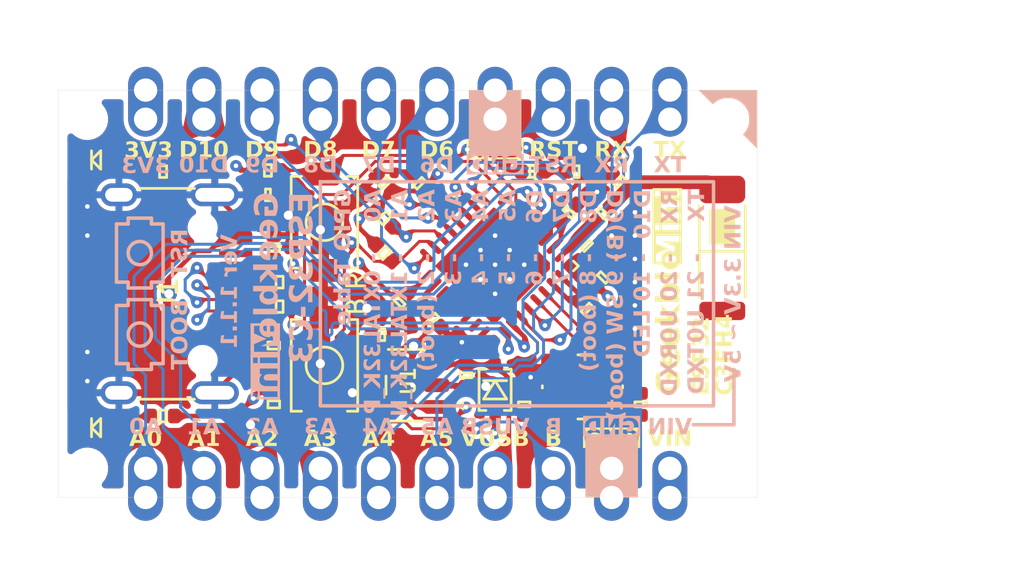
<source format=kicad_pcb>
(kicad_pcb (version 20221018) (generator pcbnew)
  (title_block (rev "1") (company "Geekble") (comment 4 "SooDragon"))
  (layers (0 "F.Cu" signal) (1 "In1.Cu" power "GND") (2 "In2.Cu" signal "Power") (31 "B.Cu" signal) (34 "B.Paste" user) (35 "F.Paste" user) (36 "B.SilkS" user "B.Silkscreen") (37 "F.SilkS" user "F.Silkscreen") (38 "B.Mask" user) (39 "F.Mask" user) (44 "Edge.Cuts" user))
  (net 0 "")
  (net 1 "Net-(ANT1-PadFeed)")
  (net 3 "GND")
  (net 4 "Net-(U2-LNA_IN)")
  (net 5 "/CHIP_EN")
  (net 6 "+3V3")
  (net 7 "Net-(C8-Pad2)")
  (net 8 "Net-(U2-XTAL_P)")
  (net 9 "Net-(U2-XTAL_N)")
  (net 10 "/GPIO0")
  (net 11 "/GPIO1")
  (net 12 "/GPIO2")
  (net 13 "/GPIO3")
  (net 14 "/GPIO4")
  (net 15 "/GPIO9{slash}BOOT")
  (net 16 "/GPIO10")
  (net 17 "/GPIO8{slash}PWM")
  (net 18 "/GPIO7")
  (net 19 "/GPIO6")
  (net 20 "/GPIO5")
  (net 21 "/GPIO20{slash}RX")
  (net 22 "/GPIO21{slash}TX")
  (net 23 "Net-(J1-CC2)")
  (net 24 "Net-(J1-D1+)")
  (net 26 "Net-(J1-D1-)")
  (net 28 "Net-(J1-CC1)")
  (net 29 "Net-(LED1-PadA)")
  (net 30 "Net-(LED2-PadA)")
  (net 31 "/USB_N")
  (net 32 "/USB_P")
  (net 33 "VUSB")
  (net 41 "VIN")
  (footprint "Connectors:1x1_P2.54_CastellatedPad" (layer "F.Cu") (at 42.96999 28.49001 90)
    (fp_text reference "H15" hide)
    (fp_text value "MountingHole_Pad" hide)
  )
  (footprint "Diodes:LED_0603_White" (layer "F.Cu") (at 30.65099 30.26801)
    (fp_text reference "LED2" hide)
    (fp_text value "LED,0603,White")
  )
  (footprint "Capacitors:C_0402" (layer "F.Cu") (at 38.14399 31.79201)
    (fp_text reference "C4" hide)
    (fp_text value "100nF,50V")
  )
  (footprint "Resistors:R_0402" (layer "F.Cu") (at 38.14399 30.72521)
    (fp_text reference "R6" hide)
    (fp_text value "10KR,1%")
  )
  (footprint "Connectors:1x1_P2.54_CastellatedPad" (layer "F.Cu") (at 32.80999 28.49001 90)
    (fp_text reference "H11" hide)
    (fp_text value "MountingHole_Pad" hide)
  )
  (footprint "Connectors:1x1_P2.54_CastellatedPad" (layer "F.Cu") (at 35.34999 28.49001 90)
    (fp_text reference "H12" hide)
    (fp_text value "MountingHole_Pad" hide)
  )
  (footprint "Marks:ToolingHole_JLCPCB" (layer "F.Cu") (at 30.26999 28.49001)
    (fp_text reference "TH4" hide)
    (fp_text value "ToolingHole" hide)
  )
  (footprint "Connectors:1x1_P2.54_CastellatedPad" (layer "F.Cu") (at 48.04999 28.49001 90)
    (fp_text reference "H17" hide)
    (fp_text value "MountingHole_Pad" hide)
  )
  (footprint "Resistors:R_0402" (layer "F.Cu") (at 38.39799 34.07801 90)
    (fp_text reference "R1" hide)
    (fp_text value "5.1KR,1%")
  )
  (footprint "Connectors:1x1_P2.54_CastellatedPad" (layer "F.Cu") (at 40.42999 43.73001 -90)
    (fp_text reference "H4" hide)
    (fp_text value "MountingHole_Pad" hide)
  )
  (footprint "Capacitors:C_0402" (layer "F.Cu") (at 53.476102 31.21801 -45)
    (fp_text reference "C1" hide)
    (fp_text value "1.8pF,50V")
  )
  (footprint "Connectors:1x1_P2.54_CastellatedPad" (layer "F.Cu") (at 32.80999 43.73001 -90)
    (fp_text reference "H1" hide)
    (fp_text value "MountingHole_Pad" hide)
  )
  (footprint "Marks:ToolingHole_JLCPCB" (layer "F.Cu") (at 58.20999 28.49001)
    (fp_text reference "TH5" hide)
    (fp_text value "ToolingHole" hide)
  )
  (footprint "Connectors:1x1_P2.54_CastellatedPad" (layer "F.Cu") (at 55.66999 43.73001 -90)
    (fp_text reference "H10" hide)
    (fp_text value "MountingHole_Pad" hide)
  )
  (footprint "Resistors:R_0402" (layer "F.Cu") (at 38.65199 35.60201)
    (fp_text reference "R4" hide)
    (fp_text value "33R,1%")
  )
  (footprint "Resistors:R_0402" (layer "F.Cu") (at 33.57199 30.77601)
    (fp_text reference "R8" hide)
    (fp_text value "5.1KR,1%")
  )
  (footprint "Capacitors:C_0402" (layer "F.Cu") (at 43.87062 36.46561 45)
    (fp_text reference "C15" hide)
    (fp_text value "100nF,50V")
  )
  (footprint "Capacitors:C_0402" (layer "F.Cu") (at 51.26202 32.55401 -135)
    (fp_text reference "C8" hide)
    (fp_text value "1uF,25V")
  )
  (footprint "Pushbutton_Switches_Relays:TS-1088-AR020" (layer "F.Cu") (at 40.60779 39.23421 -90)
    (fp_text reference "SW2")
    (fp_text value "TS-1088-AR02016")
  )
  (footprint "Pushbutton_Switches_Relays:TS-1088-AR020" (layer "F.Cu") (at 40.60779 32.98581 90)
    (fp_text reference "SW1")
    (fp_text value "TS-1088-AR02016")
  )
  (footprint "Resistors:R_0402" (layer "F.Cu") (at 38.39799 40.93601 -90)
    (fp_text reference "R5" hide)
    (fp_text value "10KR,1%")
  )
  (footprint "Embedded_Processors_Controllers:QFN-32-EP(5x5)" (layer "F.Cu") (at 48.001609 34.896451 -135)
    (fp_text reference "U2" hide)
    (fp_text value "ESP32-C3FH4")
  )
  (footprint "Connectors:1x1_P2.54_CastellatedPad" (layer "F.Cu") (at 37.88999 43.73001 -90)
    (fp_text reference "H3" hide)
    (fp_text value "MountingHole_Pad" hide)
  )
  (footprint "Capacitors:C_0402" (layer "F.Cu") (at 52.76062 35.39881 -135)
    (fp_text reference "C9" hide)
    (fp_text value "1uF,25V")
  )
  (footprint "Inductors_Chokes_Transformers:L_0402" (layer "F.Cu") (at 52.755691 32.617243 -135)
    (fp_text reference "L1" hide)
    (fp_text value "2.7nH,500mA,100mR")
  )
  (footprint "Capacitors:C_0402" (layer "F.Cu") (at 49.31999 40.93601 -90)
    (fp_text reference "C13" hide)
    (fp_text value "15pF,50V")
  )
  (footprint "Resistors:R_0402" (layer "F.Cu") (at 38.65199 36.66881)
    (fp_text reference "R3" hide)
    (fp_text value "33R,1%")
  )
  (footprint "Resistors:R_0402" (layer "F.Cu") (at 43.22399 32.80801 -45)
    (fp_text reference "R9" hide)
    (fp_text value "10KR,1%")
  )
  (footprint "Power_Management_ICs:SOT-23-5" (layer "F.Cu") (at 44.19189 40.099421)
    (fp_text reference "U1")
    (fp_text value "LP5907MFX-3.3/NOPB")
  )
  (footprint "Connectors:1x1_P2.54_CastellatedPad" (layer "F.Cu") (at 50.58999 28.49001 90)
    (fp_text reference "H18" hide)
    (fp_text value "MountingHole_Pad" hide)
  )
  (footprint "Connectors:1x1_P2.54_CastellatedPad" (layer "F.Cu") (at 40.42999 28.49001 90)
    (fp_text reference "H14" hide)
    (fp_text value "MountingHole_Pad" hide)
  )
  (footprint "RadioFrequencyChip_Antenna:ANT_5020" (layer "F.Cu") (at 57.95599 34.257421 -90)
    (fp_text reference "ANT1" hide)
    (fp_text value "KH-5020D245M0X")
  )
  (footprint "Connectors:1x1_P2.54_CastellatedPad" (layer "F.Cu") (at 42.96999 43.73001 -90)
    (fp_text reference "H5" hide)
    (fp_text value "MountingHole_Pad" hide)
  )
  (footprint "Connectors:1x1_P2.54_CastellatedPad" (layer "F.Cu") (at 48.04999 43.73001 -90)
    (fp_text reference "H7" hide)
    (fp_text value "MountingHole_Pad" hide)
  )
  (footprint "Connectors:1x1_P2.54_CastellatedPad" (layer "F.Cu") (at 50.58999 43.73001 -90)
    (fp_text reference "H8" hide)
    (fp_text value "MountingHole_Pad" hide)
  )
  (footprint "Capacitors:C_0402" (layer "F.Cu") (at 54.39999 40.93601 90)
    (fp_text reference "C12" hide)
    (fp_text value "15pF,50V")
  )
  (footprint "Diodes:SOD-323F" (layer "F.Cu") (at 48.04999 40.30101 -90)
    (fp_text reference "D1" hide)
    (fp_text value "1N5819WS")
  )
  (footprint "Connectors:1x1_P2.54_CastellatedPad" (layer "F.Cu") (at 55.66999 28.49001 90)
    (fp_text reference "H20" hide)
    (fp_text value "MountingHole_Pad" hide)
  )
  (footprint "Inductors_Chokes_Transformers:L_0402" (layer "F.Cu") (at 51.60599 30.77601)
    (fp_text reference "L2" hide)
    (fp_text value "2.7nH,500mA,100mR")
  )
  (footprint "Connectors:1x1_P2.54_CastellatedPad" (layer "F.Cu") (at 45.50999 28.49001 90)
    (fp_text reference "H16" hide)
    (fp_text value "MountingHole_Pad" hide)
  )
  (footprint "Capacitors:C_0402" (layer "F.Cu") (at 43.1292 37.8968 180)
    (fp_text reference "C5" hide)
    (fp_text value "10uF,10V")
  )
  (footprint "Capacitors:C_0402" (layer "F.Cu") (at 49.67559 30.77601)
    (fp_text reference "C7" hide)
    (fp_text value "100nF,50V")
  )
  (footprint "Capacitors:C_0402" (layer "F.Cu") (at 44.74799 31.28401 -45)
    (fp_text reference "C6" hide)
    (fp_text value "10uF,10V")
  )
  (footprint "Resistors:R_0402" (layer "F.Cu") (at 33.545193 41.44401 180)
    (fp_text reference "R7" hide)
    (fp_text value "5.1KR,1%")
  )
  (footprint "Connectors:1x1_P2.54_CastellatedPad" (layer "F.Cu") (at 53.12999 28.49001 90)
    (fp_text reference "H19" hide)
    (fp_text value "MountingHole_Pad" hide)
  )
  (footprint "Capacitors:C_0402" (layer "F.Cu") (at 46.77999 39.66601 90)
    (fp_text reference "C3" hide)
    (fp_text value "10uF,10V")
  )
  (footprint "Capacitors:C_0402" (layer "F.Cu") (at 52.044491 34.007265 135)
    (fp_text reference "C2" hide)
    (fp_text value "1.8pF,50V")
  )
  (footprint "Marks:SooDragonKOR_Mask_3.8x1.4" (layer "F.Cu") (at 31.53999 36.10001 90)
    (fp_text reference "Logo1" hide)
    (fp_text value "Geekble_Logo" hide)
  )
  (footprint "Resistors:R_0402" (layer "F.Cu") (at 43.22399 34.33201 -45)
    (fp_text reference "R10" hide)
    (fp_text value "10KR,1%")
  )
  (footprint "Capacitors:C_0402" (layer "F.Cu") (at 52.04942 36.77041 135)
    (fp_text reference "C10" hide)
    (fp_text value "10nF,50V")
  )
  (footprint "Connectors:1x1_P2.54_CastellatedPad" (layer "F.Cu") (at 53.12999 43.73001 -90)
    (fp_text reference "H9" hide)
    (fp_text value "MountingHole_Pad" hide)
  )
  (footprint "Marks:ToolingHole_JLCPCB" (layer "F.Cu") (at 58.20999 43.73001)
    (fp_text reference "TH3" hide)
    (fp_text value "ToolingHole" hide)
  )
  (footprint "Connectors:USB_DIP,8.94x7.3mm" (layer "F.Cu") (at 34.18969 36.11001 -90)
    (fp_text reference "J1")
    (fp_text value "USB_C_Receptacle_USB2.0_DIP")
  )
  (footprint "Connectors:1x1_P2.54_CastellatedPad" (layer "F.Cu") (at 35.34999 43.73001 -90)
    (fp_text reference "H2" hide)
    (fp_text value "MountingHole_Pad" hide)
  )
  (footprint "Crystals:SMD-3225_4P" (layer "F.Cu") (at 51.85999 40.17401 180)
    (fp_text reference "Y1" hide)
    (fp_text value "40MHz" hide)
  )
  (footprint "Connectors:1x1_P2.54_CastellatedPad" (layer "F.Cu") (at 45.50999 43.73001 -90)
    (fp_text reference "H6" hide)
    (fp_text value "MountingHole_Pad" hide)
  )
  (footprint "Connectors:1x1_P2.54_CastellatedPad" (layer "F.Cu") (at 37.88999 28.49001 90)
    (fp_text reference "H13" hide)
    (fp_text value "MountingHole_Pad" hide)
  )
  (footprint "Resistors:R_0402" (layer "F.Cu") (at 38.39799 38.37001 -90)
    (fp_text reference "R2" hide)
    (fp_text value "5.1KR,1%")
  )
  (footprint "Marks:ToolingHole_JLCPCB" (layer "F.Cu") (at 30.26999 43.73001)
    (fp_text reference "TH2" hide)
    (fp_text value "ToolingHole" hide)
  )
  (footprint "Capacitors:C_0402" (layer "F.Cu") (at 45.327631 37.211421 135)
    (fp_text reference "C14" hide)
    (fp_text value "1uF,25V")
  )
  (footprint "Diodes:LED_0603_Red" (layer "F.Cu") (at 30.65099 41.95201)
    (fp_text reference "LED1" hide)
    (fp_text value "LED,0603,Red")
  )
  (footprint "Capacitors:C_0402" (layer "F.Cu") (at 43.22399 31.28401 -45)
    (fp_text reference "C11" hide)
    (fp_text value "100nF,50V")
  )
  (gr_line (start 33.57199 36.61801) (end 33.06399 36.61801) (stroke (width 0.153)) (layer "B.SilkS"))
  (gr_line (start 33.06399 39.15801) (end 33.57199 39.15801) (stroke (width 0.153)) (layer "B.SilkS"))
  (gr_line (start 32.04799 36.61801) (end 31.53999 36.61801) (stroke (width 0.153)) (layer "B.SilkS"))
  (gr_line (start 33.06399 39.41201) (end 33.06399 39.15801) (stroke (width 0.153)) (layer "B.SilkS"))
  (gr_line (start 31.53999 36.61801) (end 31.53999 39.15801) (stroke (width 0.153)) (layer "B.SilkS"))
  (gr_line (start 33.06399 36.61801) (end 33.06399 36.36401) (stroke (width 0.153)) (layer "B.SilkS"))
  (gr_circle (center 32.55599 34.33201) (end 32.55599 33.82401) (stroke (width 0.153)) (fill none) (layer "B.SilkS"))
  (gr_line (start 33.57199 39.15801) (end 33.57199 36.61801) (stroke (width 0.153)) (layer "B.SilkS"))
  (gr_line (start 58.46399 41.82501) (end 56.68599 41.82501) (stroke (width 0.153)) (layer "B.SilkS"))
  (gr_circle (center 32.55599 37.88801) (end 32.55599 37.38001) (stroke (width 0.153)) (fill none) (layer "B.SilkS"))
  (gr_line (start 33.57199 33.06201) (end 33.06399 33.06201) (stroke (width 0.153)) (layer "B.SilkS"))
  (gr_line (start 32.04799 35.85601) (end 32.04799 35.60201) (stroke (width 0.153)) (layer "B.SilkS"))
  (gr_line (start 32.04799 33.06201) (end 31.53999 33.06201) (stroke (width 0.153)) (layer "B.SilkS"))
  (gr_poly (pts (xy 49.19299 30.01401) (xy 46.90699 30.01401) (xy 46.90699 27.220009) (xy 49.19299 27.220009)) (fill solid) (layer "B.SilkS"))
  (gr_line (start 32.04799 39.41201) (end 33.06399 39.41201) (stroke (width 0.153)) (layer "B.SilkS"))
  (gr_line (start 33.06399 32.80801) (end 32.04799 32.80801) (stroke (width 0.153)) (layer "B.SilkS"))
  (gr_line (start 33.06399 33.06201) (end 33.06399 32.80801) (stroke (width 0.153)) (layer "B.SilkS"))
  (gr_line (start 32.04799 32.80801) (end 32.04799 33.06201) (stroke (width 0.153)) (layer "B.SilkS"))
  (gr_line (start 32.04799 39.41201) (end 32.04799 39.15801) (stroke (width 0.153)) (layer "B.SilkS"))
  (gr_line (start 31.53999 33.06201) (end 31.53999 35.60201) (stroke (width 0.153)) (layer "B.SilkS"))
  (gr_line (start 33.06399 35.60201) (end 33.57199 35.60201) (stroke (width 0.153)) (layer "B.SilkS"))
  (gr_line (start 33.06399 35.85601) (end 33.06399 35.60201) (stroke (width 0.153)) (layer "B.SilkS"))
  (gr_poly (pts (xy 59.05665 28.106371) (xy 59.05665 28.119601) (xy 59.06327 28.119601) (xy 59.063271 28.12621) (xy 59.069891 28.12621) (xy 59.069891 28.15267) (xy 59.0765 28.152671) (xy 59.0765 28.172511) (xy 59.089731 28.17251) (xy 59.08973 28.20559) (xy 59.09634 28.20559) (xy 59.09634 28.24527) (xy 59.10957 28.24527) (xy 59.10957 28.28496) (xy 59.11619 28.28496) (xy 59.11619 28.29157) (xy 59.1228 28.29157) (xy 59.1228 28.34449) (xy 59.12942 28.34449) (xy 59.12942 28.63553) (xy 59.1228 28.63553) (xy 59.1228 28.68845) (xy 59.11619 28.68845) (xy 59.11619 28.69506) (xy 59.10957 28.69506) (xy 59.10957 28.73475) (xy 59.09634 28.73475) (xy 59.09634 28.774439) (xy 59.089731 28.77444) (xy 59.089731 28.80751) (xy 59.0765 28.807509) (xy 59.0765 28.827349) (xy 59.069891 28.82735) (xy 59.069891 28.85381) (xy 59.063271 28.85381) (xy 59.063271 28.86043) (xy 59.056651 28.86043) (xy 59.056651 28.88027) (xy 59.050041 28.88027) (xy 59.050041 28.88689) (xy 59.043431 28.88689) (xy 59.043431 28.90012) (xy 59.03681 28.900121) (xy 59.03681 28.919961) (xy 59.0302 28.919961) (xy 59.030201 28.92657) (xy 59.02358 28.926571) (xy 59.02358 28.946421) (xy 59.01697 28.946421) (xy 59.01697 28.959651) (xy 59.01035 28.959651) (xy 59.01035 28.966261) (xy 59.00374 28.966261) (xy 59.00374 28.97288) (xy 58.99712 28.97288) (xy 58.99712 28.979491) (xy 58.99051 28.979491) (xy 58.99051 28.99934) (xy 58.9839 28.99934) (xy 58.9839 29.00595) (xy 58.97728 29.00595) (xy 58.97728 29.01256) (xy 58.97067 29.01256) (xy 58.97067 29.03241) (xy 58.96405 29.03241) (xy 58.96405 29.03902) (xy 58.95082 29.03902) (xy 58.95082 29.05887) (xy 58.94421 29.05887) (xy 58.94421 29.06548) (xy 58.93759 29.06548) (xy 58.93759 29.0721) (xy 58.93098 29.0721) (xy 58.93098 29.07871) (xy 58.92436 29.07871) (xy 58.92436 29.08532) (xy 58.91775 29.08532) (xy 58.91775 29.09194) (xy 58.91114 29.09194) (xy 58.91114 29.09855) (xy 58.90452 29.09855) (xy 58.90452 29.10517) (xy 58.8979 29.10517) (xy 58.8979 29.11178) (xy 58.89129 29.11178) (xy 58.89129 29.1184) (xy 58.88468 29.1184) (xy 58.88468 29.13824) (xy 58.87806 29.13824) (xy 58.87806 29.14485) (xy 58.87145 29.14485) (xy 58.87145 29.15147) (xy 58.86483 29.15147) (xy 58.86483 29.1647) (xy 58.87145 29.1647) (xy 58.87145 29.17131) (xy 58.87806 29.17131) (xy 58.87806 29.17793) (xy 58.88468 29.17793) (xy 58.88468 29.18454) (xy 58.89129 29.18454) (xy 58.89129 29.19116) (xy 58.8979 29.19116) (xy 58.8979 29.19777) (xy 58.90452 29.19777) (xy 58.90452 29.20439) (xy 58.91114 29.20439) (xy 58.91114 29.211) (xy 58.91775 29.211) (xy 58.91775 29.21762) (xy 58.92436 29.21762) (xy 58.92436 29.22423) (xy 58.93098 29.22423) (xy 58.93098 29.23085) (xy 58.93759 29.23085) (xy 58.93759 29.23746) (xy 58.94421 29.23746) (xy 58.94421 29.24407) (xy 58.95082 29.24407) (xy 58.95082 29.25069) (xy 58.95744 29.25069) (xy 58.95744 29.2573) (xy 58.96405 29.2573) (xy 58.96405 29.26392) (xy 58.97067 29.26392) (xy 58.97067 29.27053) (xy 58.97728 29.27053) (xy 58.97728 29.27715) (xy 58.9839 29.27715) (xy 58.9839 29.28376) (xy 58.99051 29.28376) (xy 58.99051 29.29038) (xy 58.99712 29.29038) (xy 58.99712 29.29699) (xy 59.00374 29.29699) (xy 59.00374 29.3036) (xy 59.01035 29.3036) (xy 59.01035 29.31022) (xy 59.01697 29.31022) (xy 59.01697 29.31684) (xy 59.02358 29.31684) (xy 59.02358 29.32345) (xy 59.0302 29.32345) (xy 59.0302 29.33006) (xy 59.03681 29.33006) (xy 59.03681 29.33668) (xy 59.04343 29.33668) (xy 59.04343 29.34329) (xy 59.05004 29.34329) (xy 59.05004 29.34991) (xy 59.05665 29.34991) (xy 59.05665 29.35652) (xy 59.06327 29.35652) (xy 59.06327 29.36314) (xy 59.06989 29.36314) (xy 59.06989 29.36975) (xy 59.0765 29.36975) (xy 59.0765 29.37637) (xy 59.08311 29.37637) (xy 59.08311 29.38298) (xy 59.08973 29.38298) (xy 59.08973 29.3896) (xy 59.09634 29.3896) (xy 59.09634 29.39621) (xy 59.10296 29.39621) (xy 59.10296 29.40282) (xy 59.10957 29.40282) (xy 59.10957 29.40944) (xy 59.11619 29.40944) (xy 59.11619 29.41605) (xy 59.1228 29.41605) (xy 59.1228 29.42267) (xy 59.12942 29.42267) (xy 59.12942 29.42928) (xy 59.13603 29.42928) (xy 59.13603 29.4359) (xy 59.14265 29.4359) (xy 59.14265 29.44251) (xy 59.14926 29.44251) (xy 59.14926 29.44913) (xy 59.15587 29.44913) (xy 59.15587 29.45574) (xy 59.16249 29.45574) (xy 59.16249 29.46235) (xy 59.1691 29.46235) (xy 59.1691 29.46897) (xy 59.17572 29.46897) (xy 59.17572 29.47559) (xy 59.18233 29.47559) (xy 59.18233 29.4822) (xy 59.18895 29.4822) (xy 59.18895 29.48881) (xy 59.19556 29.48881) (xy 59.19556 29.49543) (xy 59.20218 29.49543) (xy 59.20218 29.50204) (xy 59.20879 29.50204) (xy 59.20879 29.50866) (xy 59.2154 29.50866) (xy 59.2154 29.51527) (xy 59.22202 29.51527) (xy 59.22202 29.52189) (xy 59.22864 29.52189) (xy 59.22864 29.5285) (xy 59.23525 29.5285) (xy 59.23525 29.53512) (xy 59.24186 29.53512) (xy 59.24186 29.54173) (xy 59.24848 29.54173) (xy 59.24848 29.54835) (xy 59.25509 29.54835) (xy 59.25509 29.55496) (xy 59.26171 29.55496) (xy 59.26171 29.56157) (xy 59.26832 29.56157) (xy 59.26832 29.56819) (xy 59.27494 29.56819) (xy 59.27494 29.5748) (xy 59.28155 29.5748) (xy 59.28155 29.58142) (xy 59.28817 29.58142) (xy 59.28817 29.58803) (xy 59.29478 29.58803) (xy 59.29478 29.59465) (xy 59.3014 29.59465) (xy 59.3014 29.60126) (xy 59.30801 29.60126) (xy 59.30801 29.60788) (xy 59.31462 29.60788) (xy 59.31462 29.61449) (xy 59.32124 29.61449) (xy 59.32124 29.6211) (xy 59.32785 29.6211) (xy 59.32785 29.62772) (xy 59.33447 29.62772) (xy 59.33447 29.63434) (xy 59.34108 29.63434) (xy 59.34108 29.64095) (xy 59.3477 29.64095) (xy 59.3477 29.64756) (xy 59.35431 29.64756) (xy 59.35431 29.65418) (xy 59.36093 29.65418) (xy 59.36093 29.66079) (xy 59.36754 29.66079) (xy 59.36754 29.66741) (xy 59.37415 29.66741) (xy 59.37415 29.67402) (xy 59.38077 29.67402) (xy 59.38077 29.68064) (xy 59.38739 29.68064) (xy 59.38739 29.68725) (xy 59.394 29.68725) (xy 59.394 29.69387) (xy 59.40061 29.69387) (xy 59.40061 29.70048) (xy 59.40723 29.70048) (xy 59.40723 29.7071) (xy 59.41384 29.7071) (xy 59.41384 29.71371) (xy 59.42046 29.71371) (xy 59.42046 29.72032) (xy 59.42707 29.72032) (xy 59.42707 29.72694) (xy 59.43369 29.72694) (xy 59.43369 29.73355) (xy 59.4403 29.73355) (xy 59.4403 29.74017) (xy 59.44692 29.74017) (xy 59.44692 29.74678) (xy 59.45353 29.74678) (xy 59.45353 29.7534) (xy 59.46015 29.7534) (xy 59.46015 29.76001) (xy 59.46676 29.76001) (xy 59.46676 29.76663) (xy 59.47337 29.76663) (xy 59.47337 29.77324) (xy 59.47999 29.77324) (xy 59.47999 27.22001) (xy 56.92676 27.22001) (xy 56.92676 27.22663) (xy 56.93337 27.22663) (xy 56.93337 27.23324) (xy 56.93999 27.23324) (xy 56.93999 27.23985) (xy 56.9466 27.23985) (xy 56.9466 27.24647) (xy 56.95322 27.24647) (xy 56.95322 27.25309) (xy 56.95983 27.25309) (xy 56.95983 27.2597) (xy 56.96645 27.2597) (xy 56.96645 27.26631) (xy 56.97306 27.26631) (xy 56.97306 27.27293) (xy 56.97968 27.27293) (xy 56.97968 27.27954) (xy 56.98629 27.27954) (xy 56.98629 27.28616) (xy 56.9929 27.28616) (xy 56.9929 27.29277) (xy 56.99952 27.29277) (xy 56.99952 27.29939) (xy 57.00614 27.29939) (xy 57.00614 27.306) (xy 57.01275 27.306) (xy 57.01275 27.31262) (xy 57.01936 27.31262) (xy 57.01936 27.31923) (xy 57.02598 27.31923) (xy 57.02598 27.32585) (xy 57.03259 27.32585) (xy 57.03259 27.33246) (xy 57.03921 27.33246) (xy 57.03921 27.33907) (xy 57.04582 27.33907) (xy 57.04582 27.34569) (xy 57.05244 27.34569) (xy 57.05244 27.3523) (xy 57.05905 27.3523) (xy 57.05905 27.35892) (xy 57.06567 27.35892) (xy 57.06567 27.36553) (xy 57.07228 27.36553) (xy 57.07228 27.37215) (xy 57.0789 27.37215) (xy 57.0789 27.37876) (xy 57.08551 27.37876) (xy 57.08551 27.38538) (xy 57.09212 27.38538) (xy 57.09212 27.39199) (xy 57.09874 27.39199) (xy 57.09874 27.3986) (xy 57.10535 27.3986) (xy 57.10535 27.40522) (xy 57.11197 27.40522) (xy 57.11197 27.41184) (xy 57.11858 27.41184) (xy 57.11858 27.41845) (xy 57.1252 27.41845) (xy 57.1252 27.42506) (xy 57.13181 27.42506) (xy 57.13181 27.43168) (xy 57.13843 27.43168) (xy 57.13843 27.43829) (xy 57.14504 27.43829) (xy 57.14504 27.44491) (xy 57.15165 27.44491) (xy 57.15165 27.45152) (xy 57.15827 27.45152) (xy 57.15827 27.45814) (xy 57.16489 27.45814) (xy 57.16489 27.46475) (xy 57.1715 27.46475) (xy 57.1715 27.47137) (xy 57.17811 27.47137) (xy 57.17811 27.47798) (xy 57.18473 27.47798) (xy 57.18473 27.4846) (xy 57.19134 27.4846) (xy 57.19134 27.49121) (xy 57.19796 27.49121) (xy 57.19796 27.49782) (xy 57.20457 27.49782) (xy 57.20457 27.50444) (xy 57.21119 27.50444) (xy 57.21119 27.51105) (xy 57.2178 27.51105) (xy 57.2178 27.51767) (xy 57.22442 27.51767) (xy 57.22442 27.52428) (xy 57.23103 27.52428) (xy 57.23103 27.5309) (xy 57.23765 27.5309) (xy 57.23765 27.53751) (xy 57.24426 27.53751) (xy 57.24426 27.54413) (xy 57.25087 27.54413) (xy 57.25087 27.55074) (xy 57.25749 27.55074) (xy 57.25749 27.55735) (xy 57.2641 27.55735) (xy 57.2641 27.56397) (xy 57.27072 27.56397) (xy 57.27072 27.57059) (xy 57.27733 27.57059) (xy 57.27733 27.5772) (xy 57.28395 27.5772) (xy 57.28395 27.58381) (xy 57.29056 27.58381) (xy 57.29056 27.59043) (xy 57.29718 27.59043) (xy 57.29718 27.59704) (xy 57.30379 27.59704) (xy 57.30379 27.60366) (xy 57.3104 27.60366) (xy 57.3104 27.61027) (xy 57.31702 27.61027) (xy 57.31702 27.61689) (xy 57.32364 27.61689) (xy 57.32364 27.6235) (xy 57.33025 27.6235) (xy 57.33025 27.63012) (xy 57.33686 27.63012) (xy 57.33686 27.63673) (xy 57.34348 27.63673) (xy 57.34348 27.64335) (xy 57.35009 27.64335) (xy 57.35009 27.64996) (xy 57.35671 27.64996) (xy 57.35671 27.65657) (xy 57.36332 27.65657) (xy 57.36332 27.66319) (xy 57.36994 27.66319) (xy 57.36994 27.6698) (xy 57.37655 27.6698) (xy 57.37655 27.67642) (xy 57.38317 27.67642) (xy 57.38317 27.68303) (xy 57.38978 27.68303) (xy 57.38978 27.68965) (xy 57.3964 27.68965) (xy 57.3964 27.69626) (xy 57.40301 27.69626) (xy 57.40301 27.70288) (xy 57.40962 27.70288) (xy 57.40962 27.70949) (xy 57.41624 27.70949) (xy 57.41624 27.7161) (xy 57.42285 27.7161) (xy 57.42285 27.72272) (xy 57.42947 27.72272) (xy 57.42947 27.72934) (xy 57.43608 27.72934) (xy 57.43608 27.73595) (xy 57.4427 27.73595) (xy 57.4427 27.74256) (xy 57.44931 27.74256) (xy 57.44931 27.74918) (xy 57.45593 27.74918) (xy 57.45593 27.75579) (xy 57.46254 27.75579) (xy 57.46254 27.76241) (xy 57.46915 27.76241) (xy 57.46915 27.76902) (xy 57.47577 27.76902) (xy 57.47577 27.77564) (xy 57.48239 27.77564) (xy 57.48239 27.78225) (xy 57.489 27.78225) (xy 57.489 27.78887) (xy 57.49561 27.78887) (xy 57.49561 27.79548) (xy 57.50223 27.79548) (xy 57.50223 27.8021) (xy 57.50884 27.8021) (xy 57.50884 27.80871) (xy 57.51546 27.80871) (xy 57.51546 27.81532) (xy 57.52207 27.81532) (xy 57.52207 27.82194) (xy 57.52869 27.82194) (xy 57.52869 27.82855) (xy 57.5353 27.82855) (xy 57.5353 27.83517) (xy 57.54853 27.83517) (xy 57.54853 27.82855) (xy 57.55515 27.82855) (xy 57.55515 27.82194) (xy 57.57499 27.82194) (xy 57.57499 27.81532) (xy 57.5816 27.81532) (xy 57.5816 27.80871) (xy 57.58822 27.80871) (xy 57.58822 27.8021) (xy 57.59483 27.8021) (xy 57.59483 27.79548) (xy 57.60145 27.79548) (xy 57.60145 27.78887) (xy 57.60806 27.78887) (xy 57.60806 27.78225) (xy 57.61468 27.78225) (xy 57.61468 27.77564) (xy 57.62129 27.77564) (xy 57.62129 27.76902) (xy 57.6279 27.76902) (xy 57.6279 27.76241) (xy 57.64775 27.76241) (xy 57.64775 27.74918) (xy 57.66098 27.74918) (xy 57.66098 27.73595) (xy 57.66759 27.73595) (xy 57.66759 27.72934) (xy 57.68744 27.72934) (xy 57.68744 27.72272) (xy 57.69405 27.72272) (xy 57.69405 27.7161) (xy 57.700669 27.7161) (xy 57.700669 27.70949) (xy 57.720509 27.70949) (xy 57.720509 27.70288) (xy 57.72712 27.70288) (xy 57.72712 27.69626) (xy 57.733739 27.69626) (xy 57.733739 27.68965) (xy 57.740349 27.68965) (xy 57.740349 27.68303) (xy 57.753579 27.68303) (xy 57.753579 27.67642) (xy 57.773429 27.67642) (xy 57.77343 27.669799) (xy 57.780039 27.6698) (xy 57.780039 27.66319) (xy 57.79989 27.663189) (xy 57.79989 27.656569) (xy 57.81311 27.656569) (xy 57.81311 27.649959) (xy 57.81973 27.649959) (xy 57.81973 27.643349) (xy 57.83957 27.643349) (xy 57.83957 27.636729) (xy 57.84619 27.636729) (xy 57.846191 27.63012) (xy 57.872651 27.63012) (xy 57.872651 27.6235) (xy 57.892491 27.6235) (xy 57.89249 27.610269) (xy 57.92556 27.610269) (xy 57.925561 27.60366) (xy 57.96525 27.60366) (xy 57.96525 27.59043) (xy 58.00494 27.59043) (xy 58.00494 27.58381) (xy 58.01155 27.58381) (xy 58.01155 27.5772) (xy 58.06447 27.5772) (xy 58.06447 27.57059) (xy 58.35551 27.57059) (xy 58.35551 27.5772) (xy 58.40843 27.5772) (xy 58.40843 27.58381) (xy 58.41504 27.58381) (xy 58.41504 27.59043) (xy 58.45473 27.59043) (xy 58.45473 27.60366) (xy 58.494419 27.60366) (xy 58.49442 27.610269) (xy 58.52749 27.610269) (xy 58.527489 27.6235) (xy 58.547329 27.6235) (xy 58.547329 27.63012) (xy 58.573789 27.63012) (xy 58.57379 27.636729) (xy 58.580399 27.63673) (xy 58.580399 27.64335) (xy 58.60025 27.643349) (xy 58.60025 27.649959) (xy 58.60686 27.649959) (xy 58.60686 27.656569) (xy 58.62009 27.656569) (xy 58.62009 27.663189) (xy 58.639941 27.66319) (xy 58.639941 27.6698) (xy 58.64655 27.669799) (xy 58.646551 27.67642) (xy 58.666401 27.67642) (xy 58.666401 27.68303) (xy 58.679621 27.68303) (xy 58.679621 27.68965) (xy 58.686241 27.68965) (xy 58.686241 27.69626) (xy 58.692851 27.69626) (xy 58.692851 27.70288) (xy 58.699471 27.70288) (xy 58.699471 27.70949) (xy 58.719311 27.70949) (xy 58.719311 27.7161) (xy 58.72593 27.7161) (xy 58.72593 27.72272) (xy 58.73254 27.72272) (xy 58.73254 27.72934) (xy 58.75239 27.72934) (xy 58.75239 27.73595) (xy 58.759 27.73595) (xy 58.759 27.74918) (xy 58.77223 27.74918) (xy 58.77223 27.76241) (xy 58.79207 27.76241) (xy 58.79207 27.76902) (xy 58.79869 27.76902) (xy 58.79869 27.77564) (xy 58.8053 27.77564) (xy 58.8053 27.78225) (xy 58.81192 27.78225) (xy 58.81192 27.78887) (xy 58.81853 27.78887) (xy 58.81853 27.79548) (xy 58.82515 27.79548) (xy 58.82515 27.8021) (xy 58.83176 27.8021) (xy 58.83176 27.80871) (xy 58.83837 27.80871) (xy 58.83837 27.81532) (xy 58.84499 27.81532) (xy 58.84499 27.82194) (xy 58.8516 27.82194) (xy 58.8516 27.82855) (xy 58.85822 27.82855) (xy 58.85822 27.83517) (xy 58.86483 27.83517) (xy 58.86483 27.84178) (xy 58.87145 27.84178) (xy 58.87145 27.8484) (xy 58.87806 27.8484) (xy 58.87806 27.85501) (xy 58.88468 27.85501) (xy 58.88468 27.86163) (xy 58.89129 27.86163) (xy 58.89129 27.86824) (xy 58.8979 27.86824) (xy 58.8979 27.87485) (xy 58.90452 27.87485) (xy 58.90452 27.88147) (xy 58.91114 27.88147) (xy 58.91114 27.88809) (xy 58.91775 27.88809) (xy 58.91775 27.8947) (xy 58.92436 27.8947) (xy 58.92436 27.90131) (xy 58.93098 27.90131) (xy 58.93098 27.90793) (xy 58.93759 27.90793) (xy 58.93759 27.92777) (xy 58.95082 27.92777) (xy 58.95082 27.941) (xy 58.96405 27.941) (xy 58.96405 27.94762) (xy 58.97067 27.94762) (xy 58.97067 27.96746) (xy 58.97728 27.96746) (xy 58.97728 27.97407) (xy 58.9839 27.97407) (xy 58.9839 27.980689) (xy 58.99051 27.980689) (xy 58.99051 28.000529) (xy 58.99712 28.000529) (xy 58.99712 28.007149) (xy 59.00374 28.007149) (xy 59.00374 28.013759) (xy 59.01035 28.013759) (xy 59.01035 28.020379) (xy 59.01697 28.020379) (xy 59.01697 28.033599) (xy 59.02358 28.033599) (xy 59.02358 28.053449) (xy 59.030201 28.05345) (xy 59.0302 28.060059) (xy 59.03681 28.060059) (xy 59.036811 28.07991) (xy 59.043431 28.07991) (xy 59.043431 28.09314) (xy 59.050041 28.09314) (xy 59.050041 28.09975) (xy 59.056651 28.09975)) (fill solid) (layer "B.SilkS"))
  (gr_rect (start 40.42999 31.22051) (end 57.57499 40.99951) (stroke (width 0.153)) (fill none) (layer "B.SilkS"))
  (gr_line (start 58.46399 39.41201) (end 58.46399 41.82501) (stroke (width 0.153)) (layer "B.SilkS"))
  (gr_line (start 32.04799 36.36401) (end 32.04799 36.61801) (stroke (width 0.153)) (layer "B.SilkS"))
  (gr_line (start 33.57199 35.60201) (end 33.57199 33.06201) (stroke (width 0.153)) (layer "B.SilkS"))
  (gr_rect (start 51.98699 42.33301) (end 54.27299 45.00001) (fill solid) (layer "B.SilkS"))
  (gr_line (start 33.06399 36.36401) (end 32.04799 36.36401) (stroke (width 0.153)) (layer "B.SilkS"))
  (gr_line (start 32.04799 35.60201) (end 31.53999 35.60201) (stroke (width 0.153)) (layer "B.SilkS"))
  (gr_line (start 32.04799 39.15801) (end 31.53999 39.15801) (stroke (width 0.153)) (layer "B.SilkS"))
  (gr_line (start 32.04799 35.85601) (end 33.06399 35.85601) (stroke (width 0.153)) (layer "B.SilkS"))
  (gr_poly (pts (xy 58.59363 27.64335) (xy 58.5804 27.64335) (xy 58.5804 27.63673) (xy 58.57379 27.63673) (xy 58.57379 27.63011) (xy 58.54733 27.63011) (xy 58.54733 27.6235) (xy 58.52749 27.6235) (xy 58.52749 27.61027) (xy 58.49441 27.61027) (xy 58.49441 27.60366) (xy 58.45473 27.60366) (xy 58.45473 27.59043) (xy 58.41504 27.59043) (xy 58.41504 27.58381) (xy 58.40843 27.58381) (xy 58.40843 27.5772) (xy 58.35551 27.5772) (xy 58.35551 27.57058) (xy 58.06447 27.57058) (xy 58.06447 27.5772) (xy 58.01155 27.5772) (xy 58.01155 27.58381) (xy 58.00494 27.58381) (xy 58.00494 27.59043) (xy 57.96525 27.59043) (xy 57.96525 27.60366) (xy 57.92556 27.60366) (xy 57.92556 27.61027) (xy 57.89249 27.61027) (xy 57.89249 27.6235) (xy 57.87265 27.6235) (xy 57.87265 27.63011) (xy 57.84619 27.63011) (xy 57.84619 27.63673) (xy 57.83957 27.63673) (xy 57.83957 27.64335) (xy 57.81973 27.64335) (xy 57.81973 27.64996) (xy 57.81311 27.64996) (xy 57.81311 27.65657) (xy 57.79988 27.65657) (xy 57.79988 27.66319) (xy 57.78004 27.66319) (xy 57.78004 27.6698) (xy 57.77343 27.6698) (xy 57.77343 27.67642) (xy 57.75358 27.67642) (xy 57.75358 27.68303) (xy 57.74035 27.68303) (xy 57.74035 27.68965) (xy 57.73374 27.68965) (xy 57.73374 27.69626) (xy 57.72712 27.69626) (xy 57.72712 27.70288) (xy 57.72051 27.70288) (xy 57.72051 27.70949) (xy 57.70066 27.70949) (xy 57.70066 27.7161) (xy 57.69405 27.7161) (xy 57.69405 27.72272) (xy 57.68744 27.72272) (xy 57.68744 27.72933) (xy 57.66759 27.72933) (xy 57.66759 27.73595) (xy 57.66098 27.73595) (xy 57.66098 27.74918) (xy 57.64113 27.74918) (xy 57.64113 27.75579) (xy 57.63452 27.75579) (xy 57.63452 27.76241) (xy 57.6279 27.76241) (xy 57.6279 27.76902) (xy 57.62129 27.76902) (xy 57.62129 27.77564) (xy 57.61468 27.77564) (xy 57.61468 27.78225) (xy 57.60806 27.78225) (xy 57.60806 27.78886) (xy 57.60145 27.78886) (xy 57.60145 27.79548) (xy 57.59483 27.79548) (xy 57.59483 27.8021) (xy 57.58822 27.8021) (xy 57.58822 27.80871) (xy 57.5816 27.80871) (xy 57.5816 27.81532) (xy 57.56176 27.81532) (xy 57.56176 27.82194) (xy 57.55515 27.82194) (xy 57.55515 27.82855) (xy 57.54853 27.82855) (xy 57.54853 27.83517) (xy 57.5353 27.83517) (xy 57.5353 27.82855) (xy 57.52869 27.82855) (xy 57.52869 27.82194) (xy 57.52207 27.82194) (xy 57.52207 27.81532) (xy 57.51546 27.81532) (xy 57.51546 27.80871) (xy 57.50884 27.80871) (xy 57.50884 27.8021) (xy 57.50223 27.8021) (xy 57.50223 27.79548) (xy 57.49561 27.79548) (xy 57.49561 27.78886) (xy 57.489 27.78886) (xy 57.489 27.78225) (xy 57.48238 27.78225) (xy 57.48238 27.77564) (xy 57.47577 27.77564) (xy 57.47577 27.76902) (xy 57.46915 27.76902) (xy 57.46915 27.76241) (xy 57.46254 27.76241) (xy 57.46254 27.75579) (xy 57.45593 27.75579) (xy 57.45593 27.74918) (xy 57.44931 27.74918) (xy 57.44931 27.74256) (xy 57.4427 27.74256) (xy 57.4427 27.73595) (xy 57.43608 27.73595) (xy 57.43608 27.72933) (xy 57.42947 27.72933) (xy 57.42947 27.72272) (xy 57.42285 27.72272) (xy 57.42285 27.7161) (xy 57.41624 27.7161) (xy 57.41624 27.70949) (xy 57.40962 27.70949) (xy 57.40962 27.70288) (xy 57.40301 27.70288) (xy 57.40301 27.69626) (xy 57.3964 27.69626) (xy 57.3964 27.68965) (xy 57.38978 27.68965) (xy 57.38978 27.68303) (xy 57.38316 27.68303) (xy 57.38316 27.67642) (xy 57.37655 27.67642) (xy 57.37655 27.6698) (xy 57.36994 27.6698) (xy 57.36994 27.66319) (xy 57.36332 27.66319) (xy 57.36332 27.65657) (xy 57.35671 27.65657) (xy 57.35671 27.64996) (xy 57.35009 27.64996) (xy 57.35009 27.64335) (xy 57.34348 27.64335) (xy 57.34348 27.63673) (xy 57.33686 27.63673) (xy 57.33686 27.63011) (xy 57.33025 27.63011) (xy 57.33025 27.6235) (xy 57.32363 27.6235) (xy 57.32363 27.61689) (xy 57.31702 27.61689) (xy 57.31702 27.61027) (xy 57.3104 27.61027) (xy 57.3104 27.60366) (xy 57.30379 27.60366) (xy 57.30379 27.59704) (xy 57.29718 27.59704) (xy 57.29718 27.59043) (xy 57.29056 27.59043) (xy 57.29056 27.58381) (xy 57.28395 27.58381) (xy 57.28395 27.5772) (xy 57.27733 27.5772) (xy 57.27733 27.57058) (xy 57.27072 27.57058) (xy 57.27072 27.56397) (xy 57.2641 27.56397) (xy 57.2641 27.55735) (xy 57.25749 27.55735) (xy 57.25749 27.55074) (xy 57.25087 27.55074) (xy 57.25087 27.54413) (xy 57.24426 27.54413) (xy 57.24426 27.53751) (xy 57.23765 27.53751) (xy 57.23765 27.5309) (xy 57.23103 27.5309) (xy 57.23103 27.52428) (xy 57.22441 27.52428) (xy 57.22441 27.51767) (xy 57.2178 27.51767) (xy 57.2178 27.51105) (xy 57.21119 27.51105) (xy 57.21119 27.50444) (xy 57.20457 27.50444) (xy 57.20457 27.49782) (xy 57.19796 27.49782) (xy 57.19796 27.49121) (xy 57.19134 27.49121) (xy 57.19134 27.4846) (xy 57.18473 27.4846) (xy 57.18473 27.47798) (xy 57.17811 27.47798) (xy 57.17811 27.47136) (xy 57.1715 27.47136) (xy 57.1715 27.46475) (xy 57.16488 27.46475) (xy 57.16488 27.45814) (xy 57.15827 27.45814) (xy 57.15827 27.45152) (xy 57.15165 27.45152) (xy 57.15165 27.44491) (xy 57.14504 27.44491) (xy 57.14504 27.43829) (xy 57.13843 27.43829) (xy 57.13843 27.43168) (xy 57.13181 27.43168) (xy 57.13181 27.42506) (xy 57.1252 27.42506) (xy 57.1252 27.41845) (xy 57.11858 27.41845) (xy 57.11858 27.41183) (xy 57.11197 27.41183) (xy 57.11197 27.40522) (xy 57.10535 27.40522) (xy 57.10535 27.3986) (xy 57.09874 27.3986) (xy 57.09874 27.39199) (xy 57.09212 27.39199) (xy 57.09212 27.38538) (xy 57.08551 27.38538) (xy 57.08551 27.37876) (xy 57.0789 27.37876) (xy 57.0789 27.37215) (xy 57.07228 27.37215) (xy 57.07228 27.36553) (xy 57.06566 27.36553) (xy 57.06566 27.35892) (xy 57.05905 27.35892) (xy 57.05905 27.3523) (xy 57.05244 27.3523) (xy 57.05244 27.34569) (xy 57.04582 27.34569) (xy 57.04582 27.33907) (xy 57.03921 27.33907) (xy 57.03921 27.33246) (xy 57.03259 27.33246) (xy 57.03259 27.32585) (xy 57.02598 27.32585) (xy 57.02598 27.31923) (xy 57.01936 27.31923) (xy 57.01936 27.31261) (xy 57.01275 27.31261) (xy 57.01275 27.306) (xy 57.00613 27.306) (xy 57.00613 27.29939) (xy 56.99952 27.29939) (xy 56.99952 27.29277) (xy 56.9929 27.29277) (xy 56.9929 27.28616) (xy 56.98629 27.28616) (xy 56.98629 27.27954) (xy 56.97968 27.27954) (xy 56.97968 27.27293) (xy 56.97306 27.27293) (xy 56.97306 27.26631) (xy 56.96645 27.26631) (xy 56.96645 27.2597) (xy 56.95983 27.2597) (xy 56.95983 27.25308) (xy 56.95322 27.25308) (xy 56.95322 27.24647) (xy 56.9466 27.24647) (xy 56.9466 27.23985) (xy 56.93999 27.23985) (xy 56.93999 27.23324) (xy 56.93337 27.23324) (xy 56.93337 27.22663) (xy 56.92676 27.22663) (xy 56.92676 27.22001) (xy 59.47999 27.22001) (xy 59.47999 29.77324) (xy 59.47337 29.77324) (xy 59.47337 29.76663) (xy 59.46676 29.76663) (xy 59.46676 29.76001) (xy 59.46015 29.76001) (xy 59.46015 29.7534) (xy 59.45353 29.7534) (xy 59.45353 29.74678) (xy 59.44691 29.74678) (xy 59.44691 29.74017) (xy 59.4403 29.74017) (xy 59.4403 29.73355) (xy 59.43369 29.73355) (xy 59.43369 29.72694) (xy 59.42707 29.72694) (xy 59.42707 29.72032) (xy 59.42046 29.72032) (xy 59.42046 29.71371) (xy 59.41384 29.71371) (xy 59.41384 29.7071) (xy 59.40723 29.7071) (xy 59.40723 29.70048) (xy 59.40061 29.70048) (xy 59.40061 29.69386) (xy 59.394 29.69386) (xy 59.394 29.68725) (xy 59.38738 29.68725) (xy 59.38738 29.68064) (xy 59.38077 29.68064) (xy 59.38077 29.67402) (xy 59.37415 29.67402) (xy 59.37415 29.66741) (xy 59.36754 29.66741) (xy 59.36754 29.66079) (xy 59.36093 29.66079) (xy 59.36093 29.65418) (xy 59.35431 29.65418) (xy 59.35431 29.64756) (xy 59.3477 29.64756) (xy 59.3477 29.64095) (xy 59.34108 29.64095) (xy 59.34108 29.63433) (xy 59.33447 29.63433) (xy 59.33447 29.62772) (xy 59.32785 29.62772) (xy 59.32785 29.6211) (xy 59.32124 29.6211) (xy 59.32124 29.61449) (xy 59.31462 29.61449) (xy 59.31462 29.60788) (xy 59.30801 29.60788) (xy 59.30801 29.60126) (xy 59.3014 29.60126) (xy 59.3014 29.59465) (xy 59.29478 29.59465) (xy 59.29478 29.58803) (xy 59.28816 29.58803) (xy 59.28816 29.58142) (xy 59.28155 29.58142) (xy 59.28155 29.5748) (xy 59.27494 29.5748) (xy 59.27494 29.56819) (xy 59.26832 29.56819) (xy 59.26832 29.56157) (xy 59.26171 29.56157) (xy 59.26171 29.55496) (xy 59.25509 29.55496) (xy 59.25509 29.54835) (xy 59.24848 29.54835) (xy 59.24848 29.54173) (xy 59.24186 29.54173) (xy 59.24186 29.53511) (xy 59.23525 29.53511) (xy 59.23525 29.5285) (xy 59.22863 29.5285) (xy 59.22863 29.52189) (xy 59.22202 29.52189) (xy 59.22202 29.51527) (xy 59.2154 29.51527) (xy 59.2154 29.50866) (xy 59.20879 29.50866) (xy 59.20879 29.50204) (xy 59.20218 29.50204) (xy 59.20218 29.49543) (xy 59.19556 29.49543) (xy 59.19556 29.48881) (xy 59.18895 29.48881) (xy 59.18895 29.4822) (xy 59.18233 29.4822) (xy 59.18233 29.47558) (xy 59.17572 29.47558) (xy 59.17572 29.46897) (xy 59.1691 29.46897) (xy 59.1691 29.46235) (xy 59.16249 29.46235) (xy 59.16249 29.45574) (xy 59.15587 29.45574) (xy 59.15587 29.44913) (xy 59.14926 29.44913) (xy 59.14926 29.44251) (xy 59.14265 29.44251) (xy 59.14265 29.4359) (xy 59.13603 29.4359) (xy 59.13603 29.42928) (xy 59.12941 29.42928) (xy 59.12941 29.42267) (xy 59.1228 29.42267) (xy 59.1228 29.41605) (xy 59.11619 29.41605) (xy 59.11619 29.40944) (xy 59.10957 29.40944) (xy 59.10957 29.40282) (xy 59.10296 29.40282) (xy 59.10296 29.39621) (xy 59.09634 29.39621) (xy 59.09634 29.3896) (xy 59.08973 29.3896) (xy 59.08973 29.38298) (xy 59.08311 29.38298) (xy 59.08311 29.37636) (xy 59.0765 29.37636) (xy 59.0765 29.36975) (xy 59.06988 29.36975) (xy 59.06988 29.36314) (xy 59.06327 29.36314) (xy 59.06327 29.35652) (xy 59.05665 29.35652) (xy 59.05665 29.34991) (xy 59.05004 29.34991) (xy 59.05004 29.34329) (xy 59.04343 29.34329) (xy 59.04343 29.33668) (xy 59.03681 29.33668) (xy 59.03681 29.33006) (xy 59.0302 29.33006) (xy 59.0302 29.32345) (xy 59.02358 29.32345) (xy 59.02358 29.31683) (xy 59.01697 29.31683) (xy 59.01697 29.31022) (xy 59.01035 29.31022) (xy 59.01035 29.3036) (xy 59.00374 29.3036) (xy 59.00374 29.29699) (xy 58.99712 29.29699) (xy 58.99712 29.29038) (xy 58.99051 29.29038) (xy 58.99051 29.28376) (xy 58.9839 29.28376) (xy 58.9839 29.27715) (xy 58.97728 29.27715) (xy 58.97728 29.27053) (xy 58.97066 29.27053) (xy 58.97066 29.26392) (xy 58.96405 29.26392) (xy 58.96405 29.2573) (xy 58.95744 29.2573) (xy 58.95744 29.25069) (xy 58.95082 29.25069) (xy 58.95082 29.24407) (xy 58.94421 29.24407) (xy 58.94421 29.23746) (xy 58.93759 29.23746) (xy 58.93759 29.23085) (xy 58.93098 29.23085) (xy 58.93098 29.22423) (xy 58.92436 29.22423) (xy 58.92436 29.21761) (xy 58.91775 29.21761) (xy 58.91775 29.211) (xy 58.91113 29.211) (xy 58.91113 29.20439) (xy 58.90452 29.20439) (xy 58.90452 29.19777) (xy 58.8979 29.19777) (xy 58.8979 29.19116) (xy 58.89129 29.19116) (xy 58.89129 29.18454) (xy 58.88468 29.18454) (xy 58.88468 29.17793) (xy 58.87806 29.17793) (xy 58.87806 29.17131) (xy 58.87145 29.17131) (xy 58.87145 29.1647) (xy 58.86483 29.1647) (xy 58.86483 29.15147) (xy 58.87145 29.15147) (xy 58.87145 29.14485) (xy 58.87806 29.14485) (xy 58.87806 29.12501) (xy 58.88468 29.12501) (xy 58.88468 29.1184) (xy 58.89129 29.1184) (xy 58.89129 29.11178) (xy 58.8979 29.11178) (xy 58.8979 29.10517) (xy 58.90452 29.10517) (xy 58.90452 29.09855) (xy 58.91113 29.09855) (xy 58.91113 29.09194) (xy 58.91775 29.09194) (xy 58.91775 29.08532) (xy 58.92436 29.08532) (xy 58.92436 29.07871) (xy 58.93098 29.07871) (xy 58.93098 29.0721) (xy 58.93759 29.0721) (xy 58.93759 29.05225) (xy 58.95082 29.05225) (xy 58.95082 29.03902) (xy 58.96405 29.03902) (xy 58.96405 29.03241) (xy 58.97066 29.03241) (xy 58.97066 29.01256) (xy 58.97728 29.01256) (xy 58.97728 29.00595) (xy 58.9839 29.00595) (xy 58.9839 28.99933) (xy 58.99051 28.99933) (xy 58.99051 28.97949) (xy 58.99712 28.97949) (xy 58.99712 28.97288) (xy 59.00374 28.97288) (xy 59.00374 28.96626) (xy 59.01035 28.96626) (xy 59.01035 28.95965) (xy 59.01697 28.95965) (xy 59.01697 28.94642) (xy 59.02358 28.94642) (xy 59.02358 28.92657) (xy 59.0302 28.92657) (xy 59.0302 28.91996) (xy 59.03681 28.91996) (xy 59.03681 28.90011) (xy 59.04343 28.90011) (xy 59.04343 28.88689) (xy 59.05004 28.88689) (xy 59.05004 28.88027) (xy 59.05665 28.88027) (xy 59.05665 28.86043) (xy 59.06327 28.86043) (xy 59.06327 28.85381) (xy 59.06988 28.85381) (xy 59.06988 28.82735) (xy 59.0765 28.82735) (xy 59.0765 28.80751) (xy 59.08973 28.80751) (xy 59.08973 28.77444) (xy 59.09634 28.77444) (xy 59.09634 28.73475) (xy 59.10957 28.73475) (xy 59.10957 28.69506) (xy 59.11619 28.69506) (xy 59.11619 28.68845) (xy 59.1228 28.68845) (xy 59.1228 28.63553) (xy 59.12941 28.63553) (xy 59.12941 28.34449) (xy 59.1228 28.34449) (xy 59.1228 28.29157) (xy 59.11619 28.29157) (xy 59.11619 28.28496) (xy 59.10957 28.28496) (xy 59.10957 28.24527) (xy 59.09634 28.24527) (xy 59.09634 28.20558) (xy 59.08973 28.20558) (xy 59.08973 28.17251) (xy 59.0765 28.17251) (xy 59.0765 28.15267) (xy 59.06988 28.15267) (xy 59.06988 28.12621) (xy 59.06327 28.12621) (xy 59.06327 28.1196) (xy 59.05665 28.1196) (xy 59.05665 28.09975) (xy 59.05004 28.09975) (xy 59.05004 28.09314) (xy 59.04343 28.09314) (xy 59.04343 28.07991) (xy 59.03681 28.07991) (xy 59.03681 28.06006) (xy 59.0302 28.06006) (xy 59.0302 28.05345) (xy 59.02358 28.05345) (xy 59.02358 28.0336) (xy 59.01697 28.0336) (xy 59.01697 28.02038) (xy 59.01035 28.02038) (xy 59.01035 28.01376) (xy 59.00374 28.01376) (xy 59.00374 28.00715) (xy 58.99712 28.00715) (xy 58.99712 28.00053) (xy 58.99051 28.00053) (xy 58.99051 27.98069) (xy 58.9839 27.98069) (xy 58.9839 27.97407) (xy 58.97728 27.97407) (xy 58.97728 27.96746) (xy 58.97066 27.96746) (xy 58.97066 27.94761) (xy 58.96405 27.94761) (xy 58.96405 27.941) (xy 58.95082 27.941) (xy 58.95082 27.92777) (xy 58.93759 27.92777) (xy 58.93759 27.90793) (xy 58.93098 27.90793) (xy 58.93098 27.90131) (xy 58.92436 27.90131) (xy 58.92436 27.8947) (xy 58.91775 27.8947) (xy 58.91775 27.88808) (xy 58.91113 27.88808) (xy 58.91113 27.88147) (xy 58.90452 27.88147) (xy 58.90452 27.87485) (xy 58.8979 27.87485) (xy 58.8979 27.86824) (xy 58.89129 27.86824) (xy 58.89129 27.86163) (xy 58.88468 27.86163) (xy 58.88468 27.85501) (xy 58.87806 27.85501) (xy 58.87806 27.8484) (xy 58.87145 27.8484) (xy 58.87145 27.84178) (xy 58.86483 27.84178) (xy 58.86483 27.83517) (xy 58.85822 27.83517) (xy 58.85822 27.82855) (xy 58.8516 27.82855) (xy 58.8516 27.82194) (xy 58.84499 27.82194) (xy 58.84499 27.81532) (xy 58.83837 27.81532) (xy 58.83837 27.80871) (xy 58.83176 27.80871) (xy 58.83176 27.8021) (xy 58.82515 27.8021) (xy 58.82515 27.79548) (xy 58.81853 27.79548) (xy 58.81853 27.78886) (xy 58.81191 27.78886) (xy 58.81191 27.78225) (xy 58.8053 27.78225) (xy 58.8053 27.77564) (xy 58.79869 27.77564) (xy 58.79869 27.76902) (xy 58.79207 27.76902) (xy 58.79207 27.76241) (xy 58.77223 27.76241) (xy 58.77223 27.74918) (xy 58.759 27.74918) (xy 58.759 27.73595) (xy 58.75238 27.73595) (xy 58.75238 27.72933) (xy 58.73254 27.72933) (xy 58.73254 27.72272) (xy 58.72593 27.72272) (xy 58.72593 27.7161) (xy 58.71931 27.7161) (xy 58.71931 27.70949) (xy 58.69947 27.70949) (xy 58.69947 27.70288) (xy 58.69285 27.70288) (xy 58.69285 27.69626) (xy 58.68624 27.69626) (xy 58.68624 27.68965) (xy 58.67962 27.68965) (xy 58.67962 27.68303) (xy 58.6664 27.68303) (xy 58.6664 27.67642) (xy 58.64655 27.67642) (xy 58.64655 27.6698) (xy 58.63994 27.6698) (xy 58.63994 27.66319) (xy 58.62009 27.66319) (xy 58.62009 27.65657) (xy 58.60686 27.65657) (xy 58.60686 27.64996) (xy 58.60025 27.64996) (xy 58.60025 27.64335)) (fill solid) (layer "F.SilkS"))
  (gr_rect (start 51.98699 42.84101) (end 54.27299 45.00001) (fill solid) (layer "F.SilkS"))
  (gr_poly (pts (xy 49.19299 29.37901) (xy 46.90699 29.37901) (xy 46.90699 27.220009) (xy 49.19299 27.220009)) (fill solid) (layer "F.SilkS"))
  (gr_line (start 28.99999 27.22001) (end 28.99999 45.00001) (stroke (width 0.01)) (layer "Edge.Cuts"))
  (gr_line (start 28.99999 45.00001) (end 59.47999 45.00001) (stroke (width 0.01)) (layer "Edge.Cuts"))
  (gr_line (start 59.47999 27.22001) (end 28.99999 27.22001) (stroke (width 0.01)) (layer "Edge.Cuts"))
  (gr_line (start 59.47999 45.00001) (end 59.47999 27.22001) (stroke (width 0.01)) (layer "Edge.Cuts"))
  (gr_text "A3" (at 40.42999 41.95201) (layer "B.SilkS") (effects (font (size 0.7 0.7) (thickness 0.14) bold) (justify mirror)))
  (gr_text "TX" (at 55.66999 30.52201) (layer "B.SilkS") (effects (font (size 0.7 0.7) (thickness 0.14) bold) (justify mirror)))
  (gr_text "3V3" (at 32.80999 30.54741) (layer "B.SilkS") (effects (font (size 0.7 0.7) (thickness 0.14) bold) (justify mirror)))
  (gr_text "A4" (at 42.96999 41.95201) (layer "B.SilkS") (effects (font (size 0.7 0.7) (thickness 0.14) bold) (justify mirror)))
  (gr_text "A2" (at 37.88999 41.95201) (layer "B.SilkS") (effects (font (size 0.7 0.7) (thickness 0.14) bold) (justify mirror)))
  (gr_text "D9" (at 37.88999 30.52201) (layer "B.SilkS") (effects (font (size 0.7 0.7) (thickness 0.14) bold) (justify mirror)))
  (gr_text "XTAL32K_P" (at 42.33499 35.72901 90) (layer "B.SilkS") (effects (font (size 0.7 0.65) (thickness 0.14) bold) (justify left top mirror)))
  (gr_text "D7" (at 42.96999 30.52201) (layer "B.SilkS") (effects (font (size 0.7 0.7) (thickness 0.14) bold) (justify mirror)))
  (gr_text "RST" (at 34.33399 34.33201 90) (layer "B.SilkS") (effects (font (size 0.7 0.7) (thickness 0.153) bold) (justify mirror)))
  (gr_text "VUSB" (at 48.04999 41.95201) (layer "B.SilkS") (effects (font (size 0.7 0.7) (thickness 0.14) bold) (justify mirror)))
  (gr_text "A0\nA1\nA2\nA3\nA4\nA5\nD6\nD7\nD8\nD9(B)\nD10\nRX\nTX" (at 42.351562 31.547325 90) (layer "B.SilkS") (effects (font (size 0.7 0.7) (thickness 0.14) bold) (justify left top mirror)))
  (gr_text "Ver 1.1.1" (at 36.49999 36.00001 90) (layer "B.SilkS") (effects (font (size 0.7 0.7) (thickness 0.153) bold italic) (justify mirror)))
  (gr_text "B" (at 50.58999 41.95201) (layer "B.SilkS") (effects (font (size 0.7 0.7) (thickness 0.14) bold) (justify mirror)))
  (gr_text "GPIO Table" (at 41.44599 31.53801 90) (layer "B.SilkS") (effects (font (size 0.7 0.7) (thickness 0.153) bold) (justify left mirror)))
  (gr_text "Mini" (at 38.14399 37.38001 90) (layer "B.SilkS" knockout) (effects (font (size 1 1) (thickness 0.153) bold) (justify left mirror)))
  (gr_text "D8" (at 40.42999 30.52201) (layer "B.SilkS") (effects (font (size 0.7 0.7) (thickness 0.14) bold) (justify mirror)))
  (gr_text "VIN 3.3V ~ 5V" (at 58.46399 36.11001 90) (layer "B.SilkS") (effects (font (size 0.7 0.7) (thickness 0.153) bold) (justify mirror)))
  (gr_text "D6" (at 45.50999 30.52201) (layer "B.SilkS") (effects (font (size 0.7 0.7) (thickness 0.14) bold) (justify mirror)))
  (gr_text "GND" (at 48.04999 30.52201) (layer "B.SilkS" knockout) (effects (font (size 0.7 0.7) (thickness 0.14) bold) (justify mirror)))
  (gr_text "VIN" (at 55.66999 41.95201) (layer "B.SilkS") (effects (font (size 0.7 0.7) (thickness 0.14) bold) (justify mirror)))
  (gr_text "RST" (at 50.58999 30.52201) (layer "B.SilkS") (effects (font (size 0.7 0.7) (thickness 0.14) bold) (justify mirror)))
  (gr_text "BOOT" (at 34.33399 37.88801 90) (layer "B.SilkS") (effects (font (size 0.7 0.7) (thickness 0.153) bold) (justify mirror)))
  (gr_text "RX" (at 53.12999 30.52201) (layer "B.SilkS") (effects (font (size 0.7 0.7) (thickness 0.14) bold) (justify mirror)))
  (gr_text "GND" (at 53.12999 41.95201) (layer "B.SilkS" knockout) (effects (font (size 0.7 0.7) (thickness 0.14) bold) (justify mirror)))
  (gr_text "A1" (at 35.34999 41.95201) (layer "B.SilkS") (effects (font (size 0.7 0.7) (thickness 0.14) bold) (justify mirror)))
  (gr_text "A0" (at 32.80999 41.95201) (layer "B.SilkS") (effects (font (size 0.7 0.7) (thickness 0.14) bold) (justify mirror)))
  (gr_text "A5" (at 45.50999 41.95201) (layer "B.SilkS") (effects (font (size 0.7 0.7) (thickness 0.14) bold) (justify mirror)))
  (gr_text "D10" (at 35.34999 30.52201) (layer "B.SilkS") (effects (font (size 0.7 0.7) (thickness 0.14) bold) (justify mirror)))
  (gr_text "ESP32-C3" (at 39.66799 31.66501 90) (layer "B.SilkS") (effects (font (size 1 1) (thickness 0.153) bold) (justify left mirror)))
  (gr_text "Geekble" (at 38.14399 31.66501 90) (layer "B.SilkS") (effects (font (size 1 1) (thickness 0.153) bold) (justify left mirror)))
  (gr_text "- 0\n- 1\n- 2 (boot)\n- 3\n- 4\n- 5\n- 6\n- 7\n- 8 (boot)\n- 9 SW (boot)\n- 10 LED\n- 20 U0RXD\n- 21 U0TXD" (at 42.33499 34.33201 90) (layer "B.SilkS") (effects (font (size 0.7 0.7) (thickness 0.14) bold) (justify left top mirror)))
  (gr_text "XTAL32K_N" (at 43.511011 35.749384 90) (layer "B.SilkS") (effects (font (size 0.7 0.65) (thickness 0.14) bold) (justify left top mirror)))
  (gr_text "C3FH4" (at 58.08299 40.55501 90) (layer "F.SilkS") (effects (font (size 0.7 0.7) (thickness 0.153) bold) (justify left)))
  (gr_text "A4" (at 42.96999 42.46001) (layer "F.SilkS") (effects (font (size 0.7 0.7) (thickness 0.14) bold)))
  (gr_text "GND" (at 53.12999 42.46001) (layer "F.SilkS" knockout) (effects (font (size 0.7 0.7) (thickness 0.14) bold)))
  (gr_text "" (at 70.90999 43.73001) (layer "F.SilkS") (effects (font (size 1.27 1.27))))
  (gr_text "3V3" (at 32.93699 29.88701) (layer "F.SilkS") (effects (font (size 0.7 0.7) (thickness 0.14) bold)))
  (gr_text "" (at 30.26999 43.73001) (layer "F.SilkS") (effects (font (size 1.27 1.27))))
  (gr_text "R" (at 42.00479 35.55121 90) (layer "F.SilkS") (effects (font (size 0.8 0.8) (thickness 0.12) bold)))
  (gr_text "A0" (at 32.80999 42.46001) (layer "F.SilkS") (effects (font (size 0.7 0.7) (thickness 0.14) bold)))
  (gr_text "A1" (at 35.34999 42.46001) (layer "F.SilkS") (effects (font (size 0.7 0.7) (thickness 0.14) bold)))
  (gr_text "D10" (at 35.34999 29.86161) (layer "F.SilkS") (effects (font (size 0.7 0.7) (thickness 0.14) bold)))
  (gr_text "D9" (at 37.88999 29.86161) (layer "F.SilkS") (effects (font (size 0.7 0.7) (thickness 0.14) bold)))
  (gr_text "TX" (at 55.66999 29.86161) (layer "F.SilkS") (effects (font (size 0.7 0.7) (thickness 0.14) bold)))
  (gr_text "" (at 70.90999 43.73001) (layer "F.SilkS") (effects (font (size 1.27 1.27))))
  (gr_text "RST" (at 50.58999 29.86161) (layer "F.SilkS") (effects (font (size 0.7 0.7) (thickness 0.14) bold)))
  (gr_text "" (at 58.20999 28.49001) (layer "F.SilkS") (effects (font (size 1.27 1.27))))
  (gr_text "D7" (at 42.96999 29.86161) (layer "F.SilkS") (effects (font (size 0.7 0.7) (thickness 0.14) bold)))
  (gr_text "ESP32" (at 57.06699 40.55501 90) (layer "F.SilkS") (effects (font (size 0.7 0.7) (thickness 0.153) bold) (justify left)))
  (gr_text "A2" (at 37.88999 42.46001) (layer "F.SilkS") (effects (font (size 0.7 0.7) (thickness 0.14) bold)))
  (gr_text "A5" (at 45.50999 42.46001) (layer "F.SilkS") (effects (font (size 0.7 0.7) (thickness 0.14) bold)))
  (gr_text "B" (at 50.58999 42.46001) (layer "F.SilkS") (effects (font (size 0.7 0.7) (thickness 0.14) bold)))
  (gr_text "VUSB" (at 48.04999 42.46001) (layer "F.SilkS") (effects (font (size 0.7 0.7) (thickness 0.14) bold)))
  (gr_text "" (at 58.20999 28.49001) (layer "F.SilkS") (effects (font (size 1.27 1.27))))
  (gr_text "D6" (at 45.50999 29.86161) (layer "F.SilkS") (effects (font (size 0.7 0.7) (thickness 0.14) bold)))
  (gr_text "" (at 30.26999 28.49001) (layer "F.SilkS") (effects (font (size 1.27 1.27))))
  (gr_text "GND" (at 48.04999 29.86161) (layer "F.SilkS" knockout) (effects (font (size 0.7 0.7) (thickness 0.14) bold)))
  (gr_text "" (at 30.26999 43.73001) (layer "F.SilkS") (effects (font (size 1.27 1.27))))
  (gr_text "A3" (at 40.42999 42.46001) (layer "F.SilkS") (effects (font (size 0.7 0.7) (thickness 0.14) bold)))
  (gr_text "D8" (at 40.42999 29.86161) (layer "F.SilkS") (effects (font (size 0.7 0.7) (thickness 0.14) bold)))
  (gr_text "Geekble" (at 55.66999 40.55501 90) (layer "F.SilkS") (effects (font (size 1 1) (thickness 0.153) bold) (justify left)))
  (gr_text "RX" (at 53.12999 29.86161) (layer "F.SilkS") (effects (font (size 0.7 0.7) (thickness 0.14) bold)))
  (gr_text "B" (at 42.00479 36.66881 90) (layer "F.SilkS") (effects (font (size 0.8 0.8) (thickness 0.12) bold)))
  (gr_text "VIN" (at 55.66999 42.46001) (layer "F.SilkS") (effects (font (size 0.7 0.7) (thickness 0.14) bold)))
  (gr_text "" (at 30.26999 28.49001) (layer "F.SilkS") (effects (font (size 1.27 1.27))))
  (gr_text "Mini" (at 55.66999 34.84001 90) (layer "F.SilkS" knockout) (effects (font (size 1 1) (thickness 0.153) bold) (justify left)))
  (segment (start 53.815513 31.557421) (end 53.838041 31.534893) (width 0.6) (layer "F.Cu") (net 1))
  (segment (start 53.095102 32.277832) (end 53.815513 31.557421) (width 0.6) (layer "F.Cu") (net 1))
  (segment (start 57.933462 31.534893) (end 57.95599 31.557421) (width 0.6) (layer "F.Cu") (net 1))
  (segment (start 54.545148 31.242) (end 57.226355 31.242) (width 0.6) (layer "F.Cu") (net 1))
  (arc (start 53.838041 31.534893) (mid 54.162464 31.31812) (end 54.545148 31.242) (width 0.6) (layer "F.Cu") (net 1))
  (arc (start 57.933462 31.534893) (mid 57.609039 31.31812) (end 57.226355 31.242) (width 0.6) (layer "F.Cu") (net 1))
  (segment (start 43.6092 36.883012) (end 43.531209 36.805021) (width 0.2) (layer "F.Cu") (net 3))
  (segment (start 49.31999 40.45601) (end 49.31999 40.03001) (width 0.131) (layer "F.Cu") (net 3))
  (segment (start 48.04999 30.14101) (end 48.68499 30.77601) (width 0.2) (layer "F.Cu") (net 3))
  (segment (start 39.03299 32.68101) (end 38.39799 33.30201) (width 0.131) (layer "F.Cu") (net 3))
  (segment (start 42.884579 30.944599) (end 43.053168 30.77601) (width 0.2) (layer "F.Cu") (net 3))
  (segment (start 49.62799 40.45601) (end 50.75999 39.32401) (width 0.131) (layer "F.Cu") (net 3))
  (segment (start 42.884579 30.965421) (end 42.884579 30.944599) (width 0.2) (layer "F.Cu") (net 3))
  (segment (start 40.60779 38.98021) (end 40.42999 39.15801) (width 0.4) (layer "F.Cu") (net 3))
  (segment (start 48.68499 30.77601) (end 49.19559 30.77601) (width 0.2) (layer "F.Cu") (net 3))
  (segment (start 45.538479 40.14601) (end 45.49189 40.099421) (width 0.2) (layer "F.Cu") (net 3))
  (segment (start 54.39999 41.41601) (end 53.35199 41.41601) (width 0.2) (layer "F.Cu") (net 3))
  (segment (start 40.60779 37.13421) (end 40.60779 38.98021) (width 0.4) (layer "F.Cu") (net 3))
  (segment (start 51.85999 29.76001) (end 52.018102 29.76001) (width 0.13) (layer "F.Cu") (net 3))
  (segment (start 46.35499 38.22501) (end 45.680812 37.550832) (width 0.2) (layer "F.Cu") (net 3))
  (segment (start 36.73969 39.36001) (end 36.73969 39.51501) (width 0.2) (layer "F.Cu") (net 3))
  (segment (start 47.64999 40.15001) (end 47.64599 40.14601) (width 0.2) (layer "F.Cu") (net 3))
  (segment (start 41.54999 32.30001) (end 42.884579 30.965421) (width 0.2) (layer "F.Cu") (net 3))
  (segment (start 44.450579 40.099421) (end 44.44999 40.10001) (width 0.2) (layer "F.Cu") (net 3))
  (segment (start 52.018102 29.76001) (end 53.136691 30.878599) (width 0.13) (layer "F.Cu") (net 3))
  (segment (start 53.136691 31.023309) (end 52.49499 31.66501) (width 0.13) (layer "F.Cu") (net 3))
  (segment (start 46.77999 40.14601) (end 47.64599 40.14601) (width 0.2) (layer "F.Cu") (net 3))
  (segment (start 43.053168 30.77601) (end 44.23999 30.77601) (width 0.2) (layer "F.Cu") (net 3))
  (segment (start 40.42999 33.31601) (end 40.60779 33.49381) (width 0.4) (layer "F.Cu") (net 3))
  (segment (start 51.601431 32.177569) (end 52.11399 31.66501) (width 0.13) (layer "F.Cu") (net 3))
  (segment (start 46.77999 40.14601) (end 45.538479 40.14601) (width 0.2) (layer "F.Cu") (net 3))
  (segment (start 49.31999 40.45601) (end 49.62799 40.45601) (width 0.131) (layer "F.Cu") (net 3))
  (segment (start 52.11399 31.66501) (end 52.49499 31.66501) (width 0.13) (layer "F.Cu") (net 3))
  (segment (start 36.73969 39.51501) (end 35.82469 40.43001) (width 0.2) (layer "F.Cu") (net 3))
  (segment (start 36.73969 32.86001) (end 36.73969 32.70501) (width 0.2) (layer "F.Cu") (net 3))
  (segment (start 48.04999 28.49001) (end 48.04999 30.14101) (width 0.2) (layer "F.Cu") (net 3))
  (segment (start 44.23999 30.77601) (end 44.408579 30.944599) (width 0.2) (layer "F.Cu") (net 3))
  (segment (start 49.31999 40.03001) (end 49.59999 39.75001) (width 0.131) (layer "F.Cu") (net 3))
  (segment (start 53.35199 41.41601) (end 52.95999 41.02401) (width 0.2) (layer "F.Cu") (net 3))
  (segment (start 53.621801 37.109821) (end 54.14599 37.63401) (width 0.2) (layer "F.Cu") (net 3))
  (segment (start 40.60779 33.49381) (end 40.60779 35.08581) (width 0.4) (layer "F.Cu") (net 3))
  (segment (start 36.73969 32.70501) (end 35.82469 31.79001) (width 0.2) (layer "F.Cu") (net 3))
  (segment (start 40.93799 32.30001) (end 41.54999 32.30001) (width 0.2) (layer "F.Cu") (net 3))
  (segment (start 45.49189 40.099421) (end 44.450579 40.099421) (width 0.2) (layer "F.Cu") (net 3))
  (segment (start 40.42999 33.31601) (end 40.42999 32.80801) (width 0.2) (layer "F.Cu") (net 3))
  (segment (start 43.6092 37.8968) (end 43.6092 36.883012) (width 0.2) (layer "F.Cu") (net 3))
  (segment (start 52.388831 37.109821) (end 53.621801 37.109821) (width 0.2) (layer "F.Cu") (net 3))
  (segment (start 53.136691 30.878599) (end 53.136691 31.023309) (width 0.13) (layer "F.Cu") (net 3))
  (segment (start 40.42999 32.80801) (end 40.93799 32.30001) (width 0.2) (layer "F.Cu") (net 3))
  (segment (start 46.59999 38.22501) (end 46.35499 38.22501) (width 0.2) (layer "F.Cu") (net 3))
  (segment (start 45.680812 37.550832) (end 45.667042 37.550832) (width 0.2) (layer "F.Cu") (net 3))
  (segment (start 51.601431 32.214599) (end 51.601431 32.177569) (width 0.13) (layer "F.Cu") (net 3))
  (segment (start 38.39799 33.30201) (end 38.39799 33.56801) (width 0.131) (layer "F.Cu") (net 3))
  (via (at 42.46199 36.74501) (size 0.7) (drill 0.4) (layers "F.Cu" "B.Cu") (net 3))
  (via (at 53.12999 33.57001) (size 0.5) (drill 0.2) (layers "F.Cu" "B.Cu") (net 3))
  (via (at 40.42999 33.31601) (size 0.7) (drill 0.4) (layers "F.Cu" "B.Cu") (net 3))
  (via (at 44.44999 40.10001) (size 0.5) (drill 0.2) (layers "F.Cu" "B.Cu") (net 3))
  (via (at 48.68499 35.47501) (size 0.5) (drill 0.2) (layers "F.Cu" "B.Cu") (net 3))
  (via (at 54.14599 34.58601) (size 0.5) (drill 0.2) (layers "F.Cu" "B.Cu") (net 3))
  (via (at 48.68499 34.20501) (size 0.5) (drill 0.2) (layers "F.Cu" "B.Cu") (net 3))
  (via (at 47.41499 34.20501) (size 0.5) (drill 0.2) (layers "F.Cu" "B.Cu") (net 3))
  (via (at 51.85999 29.76001) (size 0.7) (drill 0.4) (layers "F.Cu" "B.Cu") (net 3))
  (via (at 54.14599 37.63401) (size 0.5) (drill 0.2) (layers "F.Cu" "B.Cu") (net 3))
  (via (at 48.04999 33.57001) (size 0.5) (drill 0.2) (layers "F.Cu" "B.Cu") (net 3))
  (via (at 39.03299 32.68101) (size 0.7) (drill 0.4) (layers "F.Cu" "B.Cu") (net 3))
  (via (at 40.42999 39.15801) (size 0.7) (drill 0.4) (layers "F.Cu" "B.Cu") (net 3))
  (via (at 30.26999 32.30001) (size 0.5) (drill 0.2) (layers "F.Cu" "B.Cu") (net 3))
  (via (at 54.14599 35.60201) (size 0.5) (drill 0.2) (layers "F.Cu" "B.Cu") (net 3))
  (via (at 48.04999 34.84001) (size 0.5) (drill 0.2) (layers "F.Cu" "B.Cu") (net 3))
  (via (at 54.14599 32.55401) (size 0.5) (drill 0.2) (layers "F.Cu" "B.Cu") (net 3))
  (via (at 46.77999 34.84001) (size 0.5) (drill 0.2) (layers "F.Cu" "B.Cu") (net 3))
  (via (at 30.26999 33.57001) (size 0.5) (drill 0.2) (layers "F.Cu" "B.Cu") (net 3))
  (via (at 52.49499 31.66501) (size 0.5) (drill 0.2) (layers "F.Cu" "B.Cu") (net 3))
  (via (at 37.38199 41.82501) (size 0.7) (drill 0.4) (layers "F.Cu" "B.Cu") (net 3))
  (via (at 54.14599 33.57001) (size 0.5) (drill 0.2) (layers "F.Cu" "B.Cu") (net 3))
  (via (at 47.64599 40.14601) (size 0.7) (drill 0.4) (layers "F.Cu" "B.Cu") (net 3))
  (via (at 46.59999 38.22501) (size 0.5) (drill 0.2) (layers "F.Cu" "B.Cu") (net 3))
  (via (at 49.59999 39.75001) (size 0.5) (drill 0.2) (layers "F.Cu" "B.Cu") (net 3))
  (via (at 54.14599 36.61801) (size 0.5) (drill 0.2) (layers "F.Cu" "B.Cu") (net 3))
  (via (at 49.31999 34.84001) (size 0.5) (drill 0.2) (layers "F.Cu" "B.Cu") (net 3))
  (via (at 30.26999 39.92001) (size 0.5) (drill 0.2) (layers "F.Cu" "B.Cu") (net 3))
  (via (at 30.26999 38.65001) (size 0.5) (drill 0.2) (layers "F.Cu" "B.Cu") (net 3))
  (via (at 47.41499 35.47501) (size 0.5) (drill 0.2) (layers "F.Cu" "B.Cu") (net 3))
  (via (at 41.82699 40.42801) (size 0.7) (drill 0.4) (layers "F.Cu" "B.Cu") (net 3))
  (via (at 48.04999 36.11001) (size 0.5) (drill 0.2) (layers "F.Cu" "B.Cu") (net 3))
  (segment (start 52.41628 32.956654) (end 51.70508 33.667854) (width 0.6) (layer "F.Cu") (net 4))
  (segment (start 46.83079 29.81081) (end 46.57009 30.07151) (width 0.131) (layer "F.Cu") (net 5))
  (segment (start 38.62399 31.79201) (end 38.62399 30.75521) (width 0.131) (layer "F.Cu") (net 5))
  (segment (start 48.954142 31.680162) (end 48.954142 32.176151) (width 0.131) (layer "F.Cu") (net 5))
  (segment (start 46.57009 30.07151) (end 41.42209 30.07151) (width 0.131) (layer "F.Cu") (net 5))
  (segment (start 48.954142 32.176151) (end 48.814782 32.315511) (width 0.131) (layer "F.Cu") (net 5))
  (segment (start 46.83079 29.81081) (end 47.08479 29.81081) (width 0.131) (layer "F.Cu") (net 5))
  (segment (start 38.62399 30.75521) (end 38.65399 30.72521) (width 0.131) (layer "F.Cu") (net 5))
  (segment (start 38.65399 30.72521) (end 40.44719 30.72521) (width 0.131) (layer "F.Cu") (net 5))
  (segment (start 41.42209 30.07151) (end 40.60779 30.88581) (width 0.131) (layer "F.Cu") (net 5))
  (segment (start 47.08479 29.81081) (end 48.954142 31.680162) (width 0.131) (layer "F.Cu") (net 5))
  (segment (start 40.44719 30.72521) (end 40.60779 30.88581) (width 0.131) (layer "F.Cu") (net 5))
  (via (at 46.83079 29.81081) (size 0.5) (drill 0.2) (layers "F.Cu" "B.Cu") (net 5))
  (segment (start 46.83079 29.81081) (end 48.57419 29.81081) (width 0.131) (layer "B.Cu") (net 5))
  (segment (start 48.57419 29.81081) (end 49.89499 28.49001) (width 0.131) (layer "B.Cu") (net 5))
  (segment (start 49.89499 28.49001) (end 50.58999 28.49001) (width 0.131) (layer "B.Cu") (net 5))
  (segment (start 34.055193 41.44401) (end 36.74699 41.44401) (width 0.2) (layer "F.Cu") (net 6))
  (segment (start 51.303924 36.430999) (end 51.710009 36.430999) (width 0.2) (layer "F.Cu") (net 6))
  (segment (start 42.12499 32.82501) (end 42.12499 33.23301) (width 0.2) (layer "F.Cu") (net 6))
  (segment (start 44.629401 41.579421) (end 43.47799 40.42801) (width 0.2) (layer "F.Cu") (net 6))
  (segment (start 49.39999 29.72501) (end 50.15559 30.48061) (width 0.2) (layer "F.Cu") (net 6))
  (segment (start 45.420669 35.709624) (end 44.98822 36.142073) (width 0.2) (layer "F.Cu") (net 6))
  (segment (start 42.502614 32.447386) (end 42.863366 32.447386) (width 0.2) (layer "F.Cu") (net 6))
  (segment (start 52.421209 35.738221) (end 52.402787 35.738221) (width 0.2) (layer "F.Cu") (net 6))
  (segment (start 37.76499 40.42601) (end 38.39799 40.42601) (width 0.2) (layer "F.Cu") (net 6))
  (segment (start 44.49399 38.838372) (end 44.49399 38.39601) (width 0.2) (layer "F.Cu") (net 6))
  (segment (start 50.15559 30.48061) (end 50.15559 30.77601) (width 0.2) (layer "F.Cu") (net 6))
  (segment (start 51.710009 36.129977) (end 51.710009 36.430999) (width 0.2) (layer "F.Cu") (net 6))
  (segment (start 52.96249 36.21251) (end 52.488201 35.738221) (width 0.2) (layer "F.Cu") (net 6))
  (segment (start 43.47799 40.42801) (end 43.47799 39.854372) (width 0.2) (layer "F.Cu") (net 6))
  (segment (start 44.49399 38.39601) (end 44.98822 37.90178) (width 0.2) (layer "F.Cu") (net 6))
  (segment (start 43.357037 38.52301) (end 44.36699 38.52301) (width 0.2) (layer "F.Cu") (net 6))
  (segment (start 42.6492 37.8968) (end 42.11189 38.43411) (width 0.2) (layer "F.Cu") (net 6))
  (segment (start 51.12599 30.77601) (end 50.15559 30.77601) (width 0.2) (layer "F.Cu") (net 6))
  (segment (start 44.296987 36.126199) (end 45.067116 35.35607) (width 0.2) (layer "F.Cu") (net 6))
  (segment (start 52.488201 35.738221) (end 52.421209 35.738221) (width 0.2) (layer "F.Cu") (net 6))
  (segment (start 42.11189 39.69691) (end 42.89189 40.47691) (width 0.2) (layer "F.Cu") (net 6))
  (segment (start 46.834883 32.669065) (end 46.385109 32.219291) (width 0.2) (layer "F.Cu") (net 6))
  (segment (start 44.98822 36.142073) (end 44.98822 36.87201) (width 0.2) (layer "F.Cu") (net 6))
  (segment (start 42.11189 38.43411) (end 42.11189 39.69691) (width 0.2) (layer "F.Cu") (net 6))
  (segment (start 42.12499 33.23301) (end 42.863366 33.971386) (width 0.2) (layer "F.Cu") (net 6))
  (segment (start 50.582549 35.709624) (end 51.303924 36.430999) (width 0.2) (layer "F.Cu") (net 6))
  (segment (start 42.89189 40.47691) (end 42.89189 41.049421) (width 0.2) (layer "F.Cu") (net 6))
  (segment (start 42.6492 37.8968) (end 42.730827 37.8968) (width 0.2) (layer "F.Cu") (net 6))
  (segment (start 43.47799 39.854372) (end 44.49399 38.838372) (width 0.2) (layer "F.Cu") (net 6))
  (segment (start 52.402787 35.738221) (end 51.710009 36.430999) (width 0.2) (layer "F.Cu") (net 6))
  (segment (start 46.385109 32.219291) (end 46.207309 32.219291) (width 0.2) (layer "F.Cu") (net 6))
  (segment (start 46.263579 41.579421) (end 44.629401 41.579421) (width 0.2) (layer "F.Cu") (net 6))
  (segment (start 44.98822 37.90178) (end 44.98822 36.87201) (width 0.2) (layer "F.Cu") (net 6))
  (segment (start 37.50899 40.68201) (end 37.76499 40.42601) (width 0.2) (layer "F.Cu") (net 6))
  (segment (start 46.207309 32.219291) (end 45.611439 31.623421) (width 0.2) (layer "F.Cu") (net 6))
  (segment (start 37.63399 30.72521) (end 36.95019 30.72521) (width 0.2) (layer "F.Cu") (net 6))
  (segment (start 43.476179 36.126199) (end 44.210031 36.126199) (width 0.2) (layer "F.Cu") (net 6))
  (segment (start 43.563401 31.623421) (end 45.087401 31.623421) (width 0.2) (layer "F.Cu") (net 6))
  (segment (start 44.210031 36.126199) (end 44.296987 36.126199) (width 0.2) (layer "F.Cu") (net 6))
  (segment (start 45.54999 30.86301) (end 45.087401 31.325599) (width 0.2) (layer "F.Cu") (net 6))
  (segment (start 42.863366 32.323456) (end 43.563401 31.623421) (width 0.2) (layer "F.Cu") (net 6))
  (segment (start 42.12499 32.82501) (end 42.502614 32.447386) (width 0.2) (layer "F.Cu") (net 6))
  (segment (start 46.77999 41.06301) (end 46.263579 41.579421) (width 0.2) (layer "F.Cu") (net 6))
  (segment (start 42.730827 37.8968) (end 43.357037 38.52301) (width 0.2) (layer "F.Cu") (net 6))
  (segment (start 42.09999 34.75001) (end 43.476179 36.126199) (width 0.2) (layer "F.Cu") (net 6))
  (segment (start 45.611439 31.623421) (end 45.087401 31.623421) (width 0.2) (layer "F.Cu") (net 6))
  (segment (start 45.087401 31.325599) (end 45.087401 31.623421) (width 0.2) (layer "F.Cu") (net 6))
  (segment (start 42.863366 32.447386) (end 42.863366 32.323456) (width 0.2) (layer "F.Cu") (net 6))
  (segment (start 44.36699 38.52301) (end 44.49399 38.39601) (width 0.2) (layer "F.Cu") (net 6))
  (segment (start 36.95019 30.72521) (end 36.74699 30.52201) (width 0.2) (layer "F.Cu") (net 6))
  (segment (start 36.74699 41.44401) (end 37.50899 40.68201) (width 0.2) (layer "F.Cu") (net 6))
  (segment (start 50.936102 35.35607) (end 51.710009 36.129977) (width 0.2) (layer "F.Cu") (net 6))
  (via (at 44.49399 38.39601) (size 0.7) (drill 0.4) (layers "F.Cu" "B.Cu") (net 6))
  (via (at 42.09999 34.75001) (size 0.5) (drill 0.2) (layers "F.Cu" "B.Cu") (net 6))
  (via (at 45.54999 30.86301) (size 0.5) (drill 0.2) (layers "F.Cu" "B.Cu") (net 6))
  (via (at 37.50899 40.68201) (size 0.5) (drill 0.2) (layers "F.Cu" "B.Cu") (net 6))
  (via (at 36.74699 30.52201) (size 0.5) (drill 0.2) (layers "F.Cu" "B.Cu") (net 6))
  (via (at 42.12499 32.82501) (size 0.5) (drill 0.2) (layers "F.Cu" "B.Cu") (net 6))
  (via (at 49.39999 29.72501) (size 0.5) (drill 0.2) (layers "F.Cu" "B.Cu") (net 6))
  (via (at 46.77999 41.06301) (size 0.5) (drill 0.2) (layers "F.Cu" "B.Cu") (net 6))
  (via (at 52.96249 36.21251) (size 0.5) (drill 0.2) (layers "F.Cu" "B.Cu") (net 6))
  (segment (start 50.922609 32.893421) (end 50.922609 33.743218) (width 0.2) (layer "F.Cu") (net 7))
  (segment (start 50.922609 33.743218) (end 50.582549 34.083278) (width 0.2) (layer "F.Cu") (net 7))
  (segment (start 50.922609 32.893421) (end 50.922609 32.030751) (width 0.2) (layer "F.Cu") (net 7))
  (segment (start 52.08599 30.86737) (end 52.08599 30.77601) (width 0.2) (layer "F.Cu") (net 7))
  (segment (start 50.799579 32.893421) (end 50.471856 33.221144) (width 0.2) (layer "F.Cu") (net 7))
  (segment (start 50.471856 33.486864) (end 50.228995 33.729725) (width 0.2) (layer "F.Cu") (net 7))
  (segment (start 50.471856 33.221144) (end 50.471856 33.486864) (width 0.2) (layer "F.Cu") (net 7))
  (segment (start 50.922609 32.030751) (end 52.08599 30.86737) (width 0.2) (layer "F.Cu") (net 7))
  (segment (start 50.922609 32.893421) (end 50.799579 32.893421) (width 0.2) (layer "F.Cu") (net 7))
  (segment (start 52.95999 38.794172) (end 52.769709 38.603891) (width 0.131) (layer "F.Cu") (net 8))
  (segment (start 52.690512 37.980929) (end 52.365594 38.305843) (width 0.131) (layer "F.Cu") (net 8))
  (segment (start 52.95999 39.32401) (end 52.95999 38.794172) (width 0.131) (layer "F.Cu") (net 8))
  (segment (start 52.255286 37.806625) (end 52.255285 37.806624) (width 0.131) (layer "F.Cu") (net 8))
  (segment (start 52.769709 38.369838) (end 52.924565 38.214981) (width 0.131) (layer "F.Cu") (net 8))
  (segment (start 51.663434 37.497616) (end 50.228995 36.063177) (width 0.131) (layer "F.Cu") (net 8))
  (segment (start 51.663433 37.497614) (end 51.663434 37.497616) (width 0.131) (layer "F.Cu") (net 8))
  (segment (start 52.184575 38.018757) (end 52.255285 37.948046) (width 0.131) (layer "F.Cu") (net 8))
  (segment (start 52.769708 38.369838) (end 52.769709 38.369838) (width 0.131) (layer "F.Cu") (net 8))
  (segment (start 52.255285 37.806624) (end 52.162654 37.713993) (width 0.131) (layer "F.Cu") (net 8))
  (segment (start 52.021233 37.713992) (end 52.021232 37.713993) (width 0.131) (layer "F.Cu") (net 8))
  (segment (start 52.021232 37.713993) (end 51.897486 37.837735) (width 0.131) (layer "F.Cu") (net 8))
  (segment (start 54.39999 40.45601) (end 54.09199 40.45601) (width 0.131) (layer "F.Cu") (net 8))
  (segment (start 51.79142 37.837735) (end 51.663433 37.709748) (width 0.131) (layer "F.Cu") (net 8))
  (segment (start 52.259528 38.305843) (end 52.131541 38.177856) (width 0.131) (layer "F.Cu") (net 8))
  (segment (start 54.09199 40.45601) (end 52.95999 39.32401) (width 0.131) (layer "F.Cu") (net 8))
  (segment (start 52.690512 37.980928) (end 52.690512 37.980929) (width 0.131) (layer "F.Cu") (net 8))
  (segment (start 52.131541 38.07179) (end 52.184575 38.018757) (width 0.131) (layer "F.Cu") (net 8))
  (arc (start 51.663433 37.709748) (mid 51.641466 37.656715) (end 51.663433 37.603682) (width 0.131) (layer "F.Cu") (net 8))
  (arc (start 52.131541 38.177856) (mid 52.109574 38.124823) (end 52.131541 38.07179) (width 0.131) (layer "F.Cu") (net 8))
  (arc (start 52.365594 38.305843) (mid 52.312561 38.32781) (end 52.259528 38.305843) (width 0.131) (layer "F.Cu") (net 8))
  (arc (start 51.897486 37.837735) (mid 51.844453 37.859702) (end 51.79142 37.837735) (width 0.131) (layer "F.Cu") (net 8))
  (arc (start 52.255285 37.948046) (mid 52.284575 37.877336) (end 52.255286 37.806625) (width 0.131) (layer "F.Cu") (net 8))
  (arc (start 52.924565 37.980929) (mid 52.807539 37.932455) (end 52.690512 37.980928) (width 0.131) (layer "F.Cu") (net 8))
  (arc (start 52.769709 38.603891) (mid 52.721235 38.486865) (end 52.769708 38.369838) (width 0.131) (layer "F.Cu") (net 8))
  (arc (start 52.924565 38.214981) (mid 52.973039 38.097955) (end 52.924565 37.980929) (width 0.131) (layer "F.Cu") (net 8))
  (arc (start 51.663433 37.603682) (mid 51.685401 37.550649) (end 51.663433 37.497614) (width 0.131) (layer "F.Cu") (net 8))
  (arc (start 52.162654 37.713993) (mid 52.091944 37.684703) (end 52.021233 37.713992) (width 0.131) (layer "F.Cu") (net 8))
  (segment (start 49.31999 41.41601) (end 50.36799 41.41601) (width 0.131) (layer "F.Cu") (net 9))
  (segment (start 50.75999 41.02401) (end 51.993091 39.790909) (width 0.131) (layer "F.Cu") (net 9))
  (segment (start 51.993091 38.53438) (end 49.875442 36.416731) (width 0.131) (layer "F.Cu") (net 9))
  (segment (start 50.36799 41.41601) (end 50.75999 41.02401) (width 0.131) (layer "F.Cu") (net 9))
  (segment (start 51.993091 39.790909) (end 51.993091 38.53438) (width 0.131) (layer "F.Cu") (net 9))
  (segment (start 50.295162 32.880942) (end 50.106356 33.069748) (width 0.131) (layer "F.Cu") (net 10))
  (segment (start 50.557109 32.445041) (end 50.295162 32.706988) (width 0.131) (layer "F.Cu") (net 10))
  (segment (start 50.557109 31.657529) (end 50.557109 32.445041) (width 0.131) (layer "F.Cu") (net 10))
  (segment (start 50.295162 32.706988) (end 50.295162 32.880942) (width 0.131) (layer "F.Cu") (net 10))
  (segment (start 50.106356 33.145257) (end 49.875442 33.376171) (width 0.131) (layer "F.Cu") (net 10))
  (segment (start 50.48839 31.58881) (end 50.557109 31.657529) (width 0.131) (layer "F.Cu") (net 10))
  (segment (start 50.106356 33.069748) (end 50.106356 33.145257) (width 0.131) (layer "F.Cu") (net 10))
  (via (at 50.48839 31.58881) (size 0.5) (drill 0.2) (layers "F.Cu" "B.Cu") (net 10))
  (segment (start 32.30199 35.34801) (end 32.30199 39.15801) (width 0.131) (layer "B.Cu") (net 10))
  (segment (start 36.933942 33.65001) (end 36.637442 33.94651) (width 0.131) (layer "B.Cu") (net 10))
  (segment (start 39.71249 33.65001) (end 36.933942 33.65001) (width 0.131) (layer "B.Cu") (net 10))
  (segment (start 49.79109 30.89151) (end 48.44249 30.89151) (width 0.131) (layer "B.Cu") (net 10))
  (segment (start 41.66449 35.60201) (end 39.71249 33.65001) (width 0.131) (layer "B.Cu") (net 10))
  (segment (start 50.48839 31.58881) (end 49.79109 30.89151) (width 0.131) (layer "B.Cu") (net 10))
  (segment (start 36.637442 33.94651) (end 33.70349 33.94651) (width 0.131) (layer "B.Cu") (net 10))
  (segment (start 32.30199 39.15801) (end 32.80999 39.66601) (width 0.131) (layer "B.Cu") (net 10))
  (segment (start 45.38299 35.063299) (end 44.844279 35.60201) (width 0.131) (layer "B.Cu") (net 10))
  (segment (start 33.70349 33.94651) (end 32.30199 35.34801) (width 0.131) (layer "B.Cu") (net 10))
  (segment (start 48.44249 30.89151) (end 45.38299 33.95101) (width 0.131) (layer "B.Cu") (net 10))
  (segment (start 32.80999 39.66601) (end 32.80999 43.73001) (width 0.131) (layer "B.Cu") (net 10))
  (segment (start 45.38299 33.95101) (end 45.38299 35.063299) (width 0.131) (layer "B.Cu") (net 10))
  (segment (start 44.844279 35.60201) (end 41.66449 35.60201) (width 0.131) (layer "B.Cu") (net 10))
  (segment (start 49.521889 33.012157) (end 49.521889 33.022618) (width 0.131) (layer "F.Cu") (net 11))
  (segment (start 50.042109 32.215337) (end 50.042109 32.491937) (width 0.131) (layer "F.Cu") (net 11))
  (segment (start 50.042109 32.491937) (end 49.521889 33.012157) (width 0.131) (layer "F.Cu") (net 11))
  (via (at 50.042109 32.215337) (size 0.5) (drill 0.2) (layers "F.Cu" "B.Cu") (net 11))
  (segment (start 50.042109 32.215337) (end 49.99189 32.165118) (width 0.131) (layer "B.Cu") (net 11))
  (segment (start 34.07649 34.20851) (end 32.78459 35.50041) (width 0.131) (layer "B.Cu") (net 11))
  (segment (start 48.81549 31.15351) (end 45.76399 34.20501) (width 0.131) (layer "B.Cu") (net 11))
  (segment (start 37.042466 33.91201) (end 36.745966 34.20851) (width 0.131) (layer "B.Cu") (net 11))
  (segment (start 39.535228 33.91201) (end 37.042466 33.91201) (width 0.131) (layer "B.Cu") (net 11))
  (segment (start 33.57199 39.41201) (end 33.57199 41.95201) (width 0.131) (layer "B.Cu") (net 11))
  (segment (start 49.99189 31.462834) (end 49.682566 31.15351) (width 0.131) (layer "B.Cu") (net 11))
  (segment (start 32.78459 38.62461) (end 33.57199 39.41201) (width 0.131) (layer "B.Cu") (net 11))
  (segment (start 45.12199 35.86301) (end 41.486228 35.86301) (width 0.131) (layer "B.Cu") (net 11))
  (segment (start 41.486228 35.86301) (end 39.535228 33.91201) (width 0.131) (layer "B.Cu") (net 11))
  (segment (start 33.57199 41.95201) (end 35.34999 43.73001) (width 0.131) (layer "B.Cu") (net 11))
  (segment (start 49.99189 32.165118) (end 49.99189 31.462834) (width 0.131) (layer "B.Cu") (net 11))
  (segment (start 49.682566 31.15351) (end 48.81549 31.15351) (width 0.131) (layer "B.Cu") (net 11))
  (segment (start 45.76399 34.20501) (end 45.76399 35.22101) (width 0.131) (layer "B.Cu") (net 11))
  (segment (start 32.78459 35.50041) (end 32.78459 38.62461) (width 0.131) (layer "B.Cu") (net 11))
  (segment (start 36.745966 34.20851) (end 34.07649 34.20851) (width 0.131) (layer "B.Cu") (net 11))
  (segment (start 45.76399 35.22101) (end 45.12199 35.86301) (width 0.131) (layer "B.Cu") (net 11))
  (segment (start 49.44999 31.65001) (end 49.526609 31.726629) (width 0.131) (layer "F.Cu") (net 12))
  (segment (start 38.39799 43.22201) (end 38.39799 41.44601) (width 0.131) (layer "F.Cu") (net 12))
  (segment (start 37.88999 43.73001) (end 38.39799 43.22201) (width 0.131) (layer "F.Cu") (net 12))
  (segment (start 49.526609 32.310791) (end 49.168335 32.669065) (width 0.131) (layer "F.Cu") (net 12))
  (segment (start 49.526609 31.726629) (end 49.526609 32.310791) (width 0.131) (layer "F.Cu") (net 12))
  (via (at 49.44999 31.65001) (size 0.5) (drill 0.2) (layers "F.Cu" "B.Cu") (net 12))
  (segment (start 34.33399 41.06301) (end 34.33399 39.15801) (width 0.131) (layer "B.Cu") (net 12))
  (segment (start 39.797466 34.544772) (end 39.797466 34.55001) (width 0.131) (layer "B.Cu") (net 12))
  (segment (start 45.36899 36.12401) (end 46.14499 35.34801) (width 0.131) (layer "B.Cu") (net 12))
  (segment (start 39.426704 34.17401) (end 39.797466 34.544772) (width 0.131) (layer "B.Cu") (net 12))
  (segment (start 34.44949 34.47051) (end 36.85449 34.47051) (width 0.131) (layer "B.Cu") (net 12))
  (segment (start 48.95399 31.65001) (end 49.44999 31.65001) (width 0.131) (layer "B.Cu") (net 12))
  (segment (start 34.33399 39.15801) (end 33.22949 38.05351) (width 0.131) (layer "B.Cu") (net 12))
  (segment (start 39.797466 34.55001) (end 41.371466 36.12401) (width 0.131) (layer "B.Cu") (net 12))
  (segment (start 33.22949 38.05351) (end 33.22949 35.69051) (width 0.131) (layer "B.Cu") (net 12))
  (segment (start 33.22949 35.69051) (end 34.44949 34.47051) (width 0.131) (layer "B.Cu") (net 12))
  (segment (start 36.85449 34.47051) (end 37.15099 34.17401) (width 0.131) (layer "B.Cu") (net 12))
  (segment (start 37.88999 43.73001) (end 35.98499 41.82501) (width 0.131) (layer "B.Cu") (net 12))
  (segment (start 46.14499 35.34801) (end 46.14499 34.45901) (width 0.131) (layer "B.Cu") (net 12))
  (segment (start 46.14499 34.45901) (end 48.95399 31.65001) (width 0.131) (layer "B.Cu") (net 12))
  (segment (start 35.98499 41.82501) (end 35.09599 41.82501) (width 0.131) (layer "B.Cu") (net 12))
  (segment (start 37.15099 34.17401) (end 39.426704 34.17401) (width 0.131) (layer "B.Cu") (net 12))
  (segment (start 41.371466 36.12401) (end 45.36899 36.12401) (width 0.131) (layer "B.Cu") (net 12))
  (segment (start 35.09599 41.82501) (end 34.33399 41.06301) (width 0.131) (layer "B.Cu") (net 12))
  (segment (start 47.79599 31.089852) (end 47.79599 31.29672) (width 0.131) (layer "F.Cu") (net 13))
  (segment (start 41.377642 31.777662) (end 42.821794 30.33351) (width 0.131) (layer "F.Cu") (net 13))
  (segment (start 47.79599 31.29672) (end 48.461228 31.961958) (width 0.131) (layer "F.Cu") (net 13))
  (segment (start 39.12499 42.42501) (end 39.12499 40.57501) (width 0.131) (layer "F.Cu") (net 13))
  (segment (start 39.7395 32.6105) (end 40.572338 31.777662) (width 0.131) (layer "F.Cu") (net 13))
  (segment (start 42.821794 30.33351) (end 47.039648 30.33351) (width 0.131) (layer "F.Cu") (net 13))
  (segment (start 40.42999 43.73001) (end 39.12499 42.42501) (width 0.131) (layer "F.Cu") (net 13))
  (segment (start 39.12499 40.57501) (end 39.7395 39.9605) (width 0.131) (layer "F.Cu") (net 13))
  (segment (start 47.039648 30.33351) (end 47.79599 31.089852) (width 0.131) (layer "F.Cu") (net 13))
  (segment (start 40.572338 31.777662) (end 41.377642 31.777662) (width 0.131) (layer "F.Cu") (net 13))
  (segment (start 39.7395 39.9605) (end 39.7395 32.6105) (width 0.131) (layer "F.Cu") (net 13))
  (segment (start 47.03399 31.28401) (end 47.03399 31.453958) (width 0.13) (layer "F.Cu") (net 14))
  (segment (start 47.03399 31.453958) (end 47.54199 31.961958) (width 0.13) (layer "F.Cu") (net 14))
  (via (at 47.03399 31.28401) (size 0.5) (drill 0.2) (layers "F.Cu" "B.Cu") (net 14))
  (segment (start 42.96999 43.73001) (end 42.96999 42.71401) (width 0.131) (layer "B.Cu") (net 14))
  (segment (start 51.35199 32.80801) (end 50.20899 33.95101) (width 0.13) (layer "B.Cu") (net 14))
  (segment (start 50.57099 30.63001) (end 51.35199 31.41101) (width 0.13) (layer "B.Cu") (net 14))
  (segment (start 49.89999 38.240866) (end 49.26919 37.610066) (width 0.131) (layer "B.Cu") (net 14))
  (segment (start 47.68799 30.63001) (end 50.57099 30.63001) (width 0.13) (layer "B.Cu") (net 14))
  (segment (start 49.562674 38.99251) (end 49.89999 38.655194) (width 0.131) (layer "B.Cu") (net 14))
  (segment (start 49.26919 36.36401) (end 50.20899 35.42421) (width 0.131) (layer "B.Cu") (net 14))
  (segment (start 50.20899 35.42421) (end 50.20899 35.22101) (width 0.131) (layer "B.Cu") (net 14))
  (segment (start 46.45899 39.22501) (end 48.780174 39.22501) (width 0.131) (layer "B.Cu") (net 14))
  (segment (start 49.89999 38.655194) (end 49.89999 38.240866) (width 0.131) (layer "B.Cu") (net 14))
  (segment (start 50.20899 33.95101) (end 50.20899 35.22101) (width 0.13) (layer "B.Cu") (net 14))
  (segment (start 49.26919 37.610066) (end 49.26919 36.36401) (width 0.131) (layer "B.Cu") (net 14))
  (segment (start 47.03399 31.28401) (end 47.68799 30.63001) (width 0.13) (layer "B.Cu") (net 14))
  (segment (start 42.96999 42.71401) (end 46.45899 39.22501) (width 0.131) (layer "B.Cu") (net 14))
  (segment (start 48.780174 39.22501) (end 49.012674 38.99251) (width 0.131) (layer "B.Cu") (net 14))
  (segment (start 49.012674 38.99251) (end 49.562674 38.99251) (width 0.131) (layer "B.Cu") (net 14))
  (segment (start 51.35199 31.41101) (end 51.35199 32.80801) (width 0.13) (layer "B.Cu") (net 14))
  (segment (start 41.79999 33.87501) (end 41.79999 34.247852) (width 0.131) (layer "F.Cu") (net 15))
  (segment (start 40.60779 41.33421) (end 41.84419 41.33421) (width 0.131) (layer "F.Cu") (net 15))
  (segment (start 41.12499 38.00001) (end 41.12499 40.81701) (width 0.131) (layer "F.Cu") (net 15))
  (segment (start 41.97499 33.87501) (end 42.792614 34.692634) (width 0.13) (layer "F.Cu") (net 15))
  (segment (start 42.20799 41.69801) (end 44.11299 41.69801) (width 0.131) (layer "F.Cu") (net 15))
  (segment (start 44.323859 41.908879) (end 44.41499 42.00001) (width 0.131) (layer "F.Cu") (net 15))
  (segment (start 41.84419 41.33421) (end 42.20799 41.69801) (width 0.131) (layer "F.Cu") (net 15))
  (segment (start 45.161401 33.82401) (end 44.74799 33.82401) (width 0.13) (layer "F.Cu") (net 15))
  (segment (start 41.47499 37.65001) (end 41.12499 38.00001) (width 0.131) (layer "F.Cu") (net 15))
  (segment (start 44.11299 41.69801) (end 44.323859 41.908879) (width 0.131) (layer "F.Cu") (net 15))
  (segment (start 41.79999 34.247852) (end 41.47499 34.572852) (width 0.131) (layer "F.Cu") (net 15))
  (segment (start 42.792614 34.692634) (end 43.584614 34.692634) (width 0.13) (layer "F.Cu") (net 15))
  (segment (start 45.420669 34.083278) (end 45.161401 33.82401) (width 0.13) (layer "F.Cu") (net 15))
  (segment (start 41.79999 33.87501) (end 41.97499 33.87501) (width 0.13) (layer "F.Cu") (net 15))
  (segment (start 41.47499 34.572852) (end 41.47499 37.65001) (width 0.131) (layer "F.Cu") (net 15))
  (segment (start 41.12499 40.81701) (end 40.60779 41.33421) (width 0.131) (layer "F.Cu") (net 15))
  (segment (start 43.879366 34.692634) (end 43.584614 34.692634) (width 0.13) (layer "F.Cu") (net 15))
  (segment (start 44.41499 42.00001) (end 47.24999 42.00001) (width 0.131) (layer "F.Cu") (net 15))
  (segment (start 44.74799 33.82401) (end 43.879366 34.692634) (width 0.13) (layer "F.Cu") (net 15))
  (via (at 47.24999 42.00001) (size 0.5) (drill 0.2) (layers "F.Cu" "B.Cu") (net 15))
  (via (at 41.79999 33.87501) (size 0.5) (drill 0.2) (layers "F.Cu" "B.Cu") (net 15))
  (segment (start 48.90449 41.70451) (end 50.58999 43.39001) (width 0.131) (layer "B.Cu") (net 15))
  (segment (start 41.79999 33.87501) (end 41.31899 33.39401) (width 0.13) (layer "B.Cu") (net 15))
  (segment (start 41.31899 32.68101) (end 37.88999 29.25201) (width 0.13) (layer "B.Cu") (net 15))
  (segment (start 41.31899 33.39401) (end 41.31899 32.68101) (width 0.13) (layer "B.Cu") (net 15))
  (segment (start 50.58999 43.39001) (end 50.58999 43.73001) (width 0.131) (layer "B.Cu") (net 15))
  (segment (start 47.54549 41.70451) (end 48.90449 41.70451) (width 0.131) (layer "B.Cu") (net 15))
  (segment (start 37.88999 29.25201) (end 37.88999 28.49001) (width 0.13) (layer "B.Cu") (net 15))
  (segment (start 47.24999 42.00001) (end 47.54549 41.70451) (width 0.131) (layer "B.Cu") (net 15))
  (segment (start 44.52499 35.00001) (end 44.52499 34.978958) (width 0.131) (layer "F.Cu") (net 16))
  (segment (start 35.34999 28.49001) (end 34.08199 29.75801) (width 0.131) (layer "F.Cu") (net 16))
  (segment (start 39.14999 29.40001) (end 38.93429 29.61571) (width 0.131) (layer "F.Cu") (net 16))
  (segment (start 36.47569 29.61571) (end 35.34999 28.49001) (width 0.131) (layer "F.Cu") (net 16))
  (segment (start 44.52499 34.978958) (end 45.067116 34.436832) (width 0.131) (layer "F.Cu") (net 16))
  (segment (start 38.93429 29.61571) (end 36.47569 29.61571) (width 0.131) (layer "F.Cu") (net 16))
  (segment (start 34.08199 29.75801) (end 34.08199 30.77601) (width 0.131) (layer "F.Cu") (net 16))
  (via (at 39.14999 29.37501) (size 0.5) (drill 0.2) (layers "F.Cu" "B.Cu") (net 16))
  (via (at 44.52499 35.00001) (size 0.5) (drill 0.2) (layers "F.Cu" "B.Cu") (net 16))
  (segment (start 44.39999 35.00001) (end 43.09699 33.69701) (width 0.131) (layer "B.Cu") (net 16))
  (segment (start 43.09699 33.69701) (end 43.09699 32.93501) (width 0.131) (layer "B.Cu") (net 16))
  (segment (start 43.09699 32.93501) (end 40.17599 30.01401) (width 0.131) (layer "B.Cu") (net 16))
  (segment (start 44.52499 35.00001) (end 44.39999 35.00001) (width 0.131) (layer "B.Cu") (net 16))
  (segment (start 40.17599 30.01401) (end 39.76399 30.01401) (width 0.131) (layer "B.Cu") (net 16))
  (segment (start 39.76399 30.01401) (end 39.14999 29.40001) (width 0.131) (layer "B.Cu") (net 16))
  (segment (start 44.44319 33.36681) (end 45.411308 33.36681) (width 0.13) (layer "F.Cu") (net 17))
  (segment (start 45.411308 33.36681) (end 45.774223 33.729725) (width 0.13) (layer "F.Cu") (net 17))
  (segment (start 44.04949 33.63351) (end 43.584614 33.168634) (width 0.13) (layer "F.Cu") (net 17))
  (segment (start 44.17649 33.63351) (end 44.04949 33.63351) (width 0.13) (layer "F.Cu") (net 17))
  (segment (start 44.17649 33.63351) (end 44.44319 33.36681) (width 0.13) (layer "F.Cu") (net 17))
  (via (at 44.17649 33.63351) (size 0.5) (drill 0.2) (layers "F.Cu" "B.Cu") (net 17))
  (segment (start 43.73199 33.06201) (end 40.42999 29.76001) (width 0.13) (layer "B.Cu") (net 17))
  (segment (start 44.17649 33.63351) (end 43.73199 33.18901) (width 0.13) (layer "B.Cu") (net 17))
  (segment (start 43.73199 33.18901) (end 43.73199 33.06201) (width 0.13) (layer "B.Cu") (net 17))
  (segment (start 40.42999 29.76001) (end 40.42999 28.49001) (width 0.13) (layer "B.Cu") (net 17))
  (segment (start 45.551615 32.80001) (end 46.127776 33.376171) (width 0.131) (layer "F.Cu") (net 18))
  (segment (start 45.12499 32.80001) (end 45.551615 32.80001) (width 0.131) (layer "F.Cu") (net 18))
  (via (at 45.12499 32.80001) (size 0.5) (drill 0.2) (layers "F.Cu" "B.Cu") (net 18))
  (segment (start 45.12499 32.80001) (end 43.97799 32.80001) (width 0.131) (layer "B.Cu") (net 18))
  (segment (start 43.97799 32.80001) (end 42.96999 31.79201) (width 0.131) (layer "B.Cu") (net 18))
  (segment (start 42.96999 31.79201) (end 42.96999 28.49001) (width 0.131) (layer "B.Cu") (net 18))
  (segment (start 46.481329 33.022618) (end 45.674455 32.215744) (width 0.131) (layer "F.Cu") (net 19))
  (segment (start 45.674455 32.215744) (end 44.319371 32.215744) (width 0.131) (layer "F.Cu") (net 19))
  (via (at 44.319371 32.215744) (size 0.5) (drill 0.2) (layers "F.Cu" "B.Cu") (net 19))
  (segment (start 44.319371 32.215744) (end 44.319371 31.236391) (width 0.131) (layer "B.Cu") (net 19))
  (segment (start 43.89999 30.81701) (end 43.89999 29.17501) (width 0.131) (layer "B.Cu") (net 19))
  (segment (start 44.319371 31.236391) (end 43.89999 30.81701) (width 0.131) (layer "B.Cu") (net 19))
  (segment (start 44.58499 28.49001) (end 45.50999 28.49001) (width 0.131) (layer "B.Cu") (net 19))
  (segment (start 43.89999 29.17501) (end 44.58499 28.49001) (width 0.131) (layer "B.Cu") (net 19))
  (segment (start 46.312046 31.459628) (end 46.332553 31.459628) (width 0.13) (layer "F.Cu") (net 20))
  (segment (start 46.332553 31.459628) (end 47.188436 32.315511) (width 0.13) (layer "F.Cu") (net 20))
  (via (at 46.312046 31.459628) (size 0.5) (drill 0.2) (layers "F.Cu" "B.Cu") (net 20))
  (segment (start 50.58999 36.05921) (end 50.58999 34.07801) (width 0.13) (layer "B.Cu") (net 20))
  (segment (start 50.58999 34.07801) (end 51.73299 32.93501) (width 0.13) (layer "B.Cu") (net 20))
  (segment (start 51.73299 31.28401) (end 50.81799 30.36901) (width 0.13) (layer "B.Cu") (net 20))
  (segment (start 46.312046 31.116954) (end 46.312046 31.459628) (width 0.13) (layer "B.Cu") (net 20))
  (segment (start 50.16149 38.76351) (end 50.16149 38.132549) (width 0.13) (layer "B.Cu") (net 20))
  (segment (start 49.67099 39.25401) (end 50.16149 38.76351) (width 0.13) (layer "B.Cu") (net 20))
  (segment (start 49.12099 39.25401) (end 49.67099 39.25401) (width 0.13) (layer "B.Cu") (net 20))
  (segment (start 51.73299 32.93501) (end 51.73299 31.28401) (width 0.13) (layer "B.Cu") (net 20))
  (segment (start 47.05999 30.36901) (end 46.312046 31.116954) (width 0.13) (layer "B.Cu") (net 20))
  (segment (start 45.50999 43.73001) (end 45.50999 40.68201) (width 0.13) (layer "B.Cu") (net 20))
  (segment (start 49.727195 36.922005) (end 50.58999 36.05921) (width 0.13) (layer "B.Cu") (net 20))
  (segment (start 45.50999 40.68201) (end 46.70549 39.48651) (width 0.13) (layer "B.Cu") (net 20))
  (segment (start 50.16149 38.132549) (end 49.727195 37.698255) (width 0.13) (layer "B.Cu") (net 20))
  (segment (start 50.81799 30.36901) (end 47.05999 30.36901) (width 0.13) (layer "B.Cu") (net 20))
  (segment (start 46.70549 39.48651) (end 48.88849 39.48651) (width 0.13) (layer "B.Cu") (net 20))
  (segment (start 48.88849 39.48651) (end 49.12099 39.25401) (width 0.13) (layer "B.Cu") (net 20))
  (segment (start 49.727195 37.698255) (end 49.727195 36.922005) (width 0.13) (layer "B.Cu") (net 20))
  (segment (start 53.64999 30.10001) (end 53.64999 29.01001) (width 0.131) (layer "F.Cu") (net 21))
  (segment (start 49.168335 37.166973) (end 49.168335 37.123837) (width 0.131) (layer "F.Cu") (net 21))
  (segment (start 50.126372 38.12501) (end 49.168335 37.166973) (width 0.131) (layer "F.Cu") (net 21))
  (segment (start 53.64999 29.01001) (end 53.12999 28.49001) (width 0.131) (layer "F.Cu") (net 21))
  (segment (start 50.87499 38.12501) (end 50.126372 38.12501) (width 0.131) (layer "F.Cu") (net 21))
  (via (at 53.64999 30.10001) (size 0.5) (drill 0.2) (layers "F.Cu" "B.Cu") (net 21))
  (via (at 50.87499 38.12501) (size 0.5) (drill 0.2) (layers "F.Cu" "B.Cu") (net 21))
  (segment (start 50.87499 38.12501) (end 51.35999 37.64001) (width 0.131) (layer "B.Cu") (net 21))
  (segment (start 53.64999 32.070534) (end 53.64999 30.10001) (width 0.131) (layer "B.Cu") (net 21))
  (segment (start 51.35999 34.360534) (end 53.64999 32.070534) (width 0.131) (layer "B.Cu") (net 21))
  (segment (start 51.35999 37.64001) (end 51.35999 34.360534) (width 0.131) (layer "B.Cu") (net 21))
  (segment (start 49.521889 36.770284) (end 49.521889 36.791499) (width 0.131) (layer "F.Cu") (net 22))
  (segment (start 49.521889 36.791499) (end 50.223195 37.492805) (width 0.131) (layer "F.Cu") (net 22))
  (via (at 50.223195 37.492805) (size 0.5) (drill 0.2) (layers "F.Cu" "B.Cu") (net 22))
  (segment (start 50.97849 36.73751) (end 50.97849 34.19751) (width 0.131) (layer "B.Cu") (net 22))
  (segment (start 55.03499 28.49001) (end 55.66999 28.49001) (width 0.131) (layer "B.Cu") (net 22))
  (segment (start 53.15349 32.02251) (end 53.15349 29.894352) (width 0.131) (layer "B.Cu") (net 22))
  (segment (start 50.97849 34.19751) (end 53.15349 32.02251) (width 0.131) (layer "B.Cu") (net 22))
  (segment (start 53.444332 29.60351) (end 53.92149 29.60351) (width 0.131) (layer "B.Cu") (net 22))
  (segment (start 50.223195 37.492805) (end 50.97849 36.73751) (width 0.131) (layer "B.Cu") (net 22))
  (segment (start 53.92149 29.60351) (end 55.03499 28.49001) (width 0.131) (layer "B.Cu") (net 22))
  (segment (start 53.15349 29.894352) (end 53.444332 29.60351) (width 0.131) (layer "B.Cu") (net 22))
  (segment (start 36.73969 37.86001) (end 38.39799 37.86001) (width 0.131) (layer "F.Cu") (net 23))
  (segment (start 35.052 37.25301) (end 35.445 36.86001) (width 0.131) (layer "F.Cu") (net 24))
  (segment (start 35.052 35.72901) (end 35.183 35.86001) (width 0.131) (layer "F.Cu") (net 24))
  (segment (start 35.445 36.86001) (end 36.73969 36.86001) (width 0.131) (layer "F.Cu") (net 24))
  (segment (start 35.183 35.86001) (end 36.73969 35.86001) (width 0.131) (layer "F.Cu") (net 24))
  (segment (start 37.88399 35.86001) (end 38.14199 35.60201) (width 0.131) (layer "F.Cu") (net 24))
  (segment (start 36.73969 35.86001) (end 37.88399 35.86001) (width 0.131) (layer "F.Cu") (net 24))
  (via (at 35.052 37.25301) (size 0.5) (drill 0.2) (layers "F.Cu" "B.Cu") (net 24))
  (via (at 35.052 35.72901) (size 0.5) (drill 0.2) (layers "F.Cu" "B.Cu") (net 24))
  (segment (start 35.5675 36.73751) (end 35.5675 36.24451) (width 0.131) (layer "B.Cu") (net 24))
  (segment (start 35.052 37.25301) (end 35.5675 36.73751) (width 0.131) (layer "B.Cu") (net 24))
  (segment (start 35.5675 36.24451) (end 35.052 35.72901) (width 0.131) (layer "B.Cu") (net 24))
  (segment (start 35.445 35.36001) (end 36.73969 35.36001) (width 0.131) (layer "F.Cu") (net 26))
  (segment (start 36.73969 36.36001) (end 37.83319 36.36001) (width 0.131) (layer "F.Cu") (net 26))
  (segment (start 35.052 34.96701) (end 35.445 35.36001) (width 0.131) (layer "F.Cu") (net 26))
  (segment (start 35.0525 36.49101) (end 35.1835 36.36001) (width 0.131) (layer "F.Cu") (net 26))
  (segment (start 37.83319 36.36001) (end 38.14199 36.66881) (width 0.131) (layer "F.Cu") (net 26))
  (segment (start 35.1835 36.36001) (end 36.73969 36.36001) (width 0.131) (layer "F.Cu") (net 26))
  (via (at 35.052 34.96701) (size 0.5) (drill 0.2) (layers "F.Cu" "B.Cu") (net 26))
  (via (at 35.0525 36.49101) (size 0.5) (drill 0.2) (layers "F.Cu" "B.Cu") (net 26))
  (segment (start 34.5365 35.97501) (end 35.0525 36.49101) (width 0.131) (layer "B.Cu") (net 26))
  (segment (start 35.052 34.96701) (end 34.5365 35.48251) (width 0.131) (layer "B.Cu") (net 26))
  (segment (start 34.5365 35.48251) (end 34.5365 35.97501) (width 0.131) (layer "B.Cu") (net 26))
  (segment (start 37.448308 34.86001) (end 37.720308 34.58801) (width 0.131) (layer "F.Cu") (net 28))
  (segment (start 36.73969 34.86001) (end 37.448308 34.86001) (width 0.131) (layer "F.Cu") (net 28))
  (segment (start 37.720308 34.58801) (end 38.39799 34.58801) (width 0.131) (layer "F.Cu") (net 28))
  (segment (start 32.04079 41.95201) (end 32.54879 41.44401) (width 0.131) (layer "F.Cu") (net 29))
  (segment (start 32.54879 41.44401) (end 33.035193 41.44401) (width 0.131) (layer "F.Cu") (net 29))
  (segment (start 31.43849 41.95201) (end 32.04079 41.95201) (width 0.131) (layer "F.Cu") (net 29))
  (segment (start 32.58774 30.77601) (end 32.07974 30.26801) (width 0.131) (layer "F.Cu") (net 30))
  (segment (start 33.06199 30.77601) (end 32.58774 30.77601) (width 0.131) (layer "F.Cu") (net 30))
  (segment (start 32.07974 30.26801) (end 31.43849 30.26801) (width 0.131) (layer "F.Cu") (net 30))
  (segment (start 48.62499 37.959351) (end 48.496583 37.830944) (width 0.2) (layer "F.Cu") (net 31))
  (segment (start 39.16199 36.66881) (end 39.16199 37.38399) (width 0.131) (layer "F.Cu") (net 31))
  (segment (start 39.16199 37.38399) (end 39.243 37.465) (width 0.131) (layer "F.Cu") (net 31))
  (segment (start 48.62499 38.52501) (end 48.62499 37.959351) (width 0.2) (layer "F.Cu") (net 31))
  (segment (start 48.496583 37.830944) (end 48.461228 37.830944) (width 0.2) (layer "F.Cu") (net 31))
  (via (at 48.62499 38.52501) (size 0.5) (drill 0.2) (layers "F.Cu" "B.Cu") (net 31))
  (via (at 39.243 37.465) (size 0.5) (drill 0.2) (layers "F.Cu" "B.Cu") (net 31))
  (segment (start 41.456608 37.38001) (end 41.06499 37.38001) (width 0.131) (layer "B.Cu") (net 31))
  (segment (start 39.32799 37.38001) (end 39.243 37.465) (width 0.131) (layer "B.Cu") (net 31))
  (segment (start 40.67349 37.79951) (end 40.67349 37.51051) (width 0.131) (layer "B.Cu") (net 31))
  (segment (start 48.62499 38.093412) (end 48.172088 37.64051) (width 0.131) (layer "B.Cu") (net 31))
  (segment (start 40.28199 37.38001) (end 40.248618 37.38001) (width 0.131) (layer "B.Cu") (net 31))
  (segment (start 40.93449 37.51051) (end 40.93449 37.79951) (width 0.131) (layer "B.Cu") (net 31))
  (segment (start 40.67349 37.51051) (end 40.67349 36.96051) (width 0.131) (layer "B.Cu") (net 31))
  (segment (start 40.41249 36.96051) (end 40.41249 37.24951) (width 0.131) (layer "B.Cu") (net 31))
  (segment (start 40.248618 37.38001) (end 39.32799 37.38001) (width 0.131) (layer "B.Cu") (net 31))
  (segment (start 48.62499 38.52501) (end 48.62499 38.093412) (width 0.131) (layer "B.Cu") (net 31))
  (segment (start 48.172088 37.64051) (end 41.717108 37.64051) (width 0.131) (layer "B.Cu") (net 31))
  (segment (start 41.717108 37.64051) (end 41.456608 37.38001) (width 0.131) (layer "B.Cu") (net 31))
  (arc (start 40.54299 36.83001) (mid 40.450713 36.868233) (end 40.41249 36.96051) (width 0.131) (layer "B.Cu") (net 31))
  (arc (start 41.06499 37.38001) (mid 40.972713 37.418233) (end 40.93449 37.51051) (width 0.131) (layer "B.Cu") (net 31))
  (arc (start 40.80399 37.93001) (mid 40.711713 37.891787) (end 40.67349 37.79951) (width 0.131) (layer "B.Cu") (net 31))
  (arc (start 40.67349 36.96051) (mid 40.635267 36.868233) (end 40.54299 36.83001) (width 0.131) (layer "B.Cu") (net 31))
  (arc (start 40.41249 37.24951) (mid 40.374267 37.341787) (end 40.28199 37.38001) (width 0.131) (layer "B.Cu") (net 31))
  (arc (start 40.93449 37.79951) (mid 40.896267 37.891787) (end 40.80399 37.93001) (width 0.131) (layer "B.Cu") (net 31))
  (segment (start 49.32499 37.987599) (end 48.814782 37.477391) (width 0.2) (layer "F.Cu") (net 32))
  (segment (start 39.16199 35.60201) (end 39.16199 34.87901) (width 0.131) (layer "F.Cu") (net 32))
  (segment (start 49.32499 38.42501) (end 49.32499 37.987599) (width 0.2) (layer "F.Cu") (net 32))
  (segment (start 39.16199 34.87901) (end 39.243 34.798) (width 0.131) (layer "F.Cu") (net 32))
  (via (at 49.32499 38.42501) (size 0.5) (drill 0.2) (layers "F.Cu" "B.Cu") (net 32))
  (via (at 39.243 34.798) (size 0.5) (drill 0.2) (layers "F.Cu" "B.Cu") (net 32))
  (segment (start 41.82501 37.38001) (end 48.27999 37.38001) (width 0.13) (layer "B.Cu") (net 32))
  (segment (start 48.27999 37.38001) (end 49.32499 38.42501) (width 0.13) (layer "B.Cu") (net 32))
  (segment (start 39.243 34.798) (end 41.82501 37.38001) (width 0.13) (layer "B.Cu") (net 32))
  (segment (start 36.18228 33.66001) (end 35.60399 34.2383) (width 0.2) (layer "F.Cu") (net 33))
  (segment (start 46.79499 39.20101) (end 46.77999 39.18601) (width 0.2) (layer "F.Cu") (net 33))
  (segment (start 48.64999 43.13001) (end 48.04999 43.73001) (width 0.2) (layer "F.Cu") (net 33))
  (segment (start 45.528479 39.18601) (end 45.49189 39.149421) (width 0.2) (layer "F.Cu") (net 33))
  (segment (start 48.04999 39.20101) (end 46.79499 39.20101) (width 0.2) (layer "F.Cu") (net 33))
  (segment (start 45.49189 39.149421) (end 44.649631 39.149421) (width 0.2) (layer "F.Cu") (net 33))
  (segment (start 46.77999 39.18601) (end 45.528479 39.18601) (width 0.2) (layer "F.Cu") (net 33))
  (segment (start 35.60399 34.2383) (end 35.002892 34.2383) (width 0.2) (layer "F.Cu") (net 33))
  (segment (start 33.82599 36.804818) (end 33.82599 36.11001) (width 0.2) (layer "F.Cu") (net 33))
  (segment (start 43.87499 39.924062) (end 43.87499 40.275958) (width 0.2) (layer "F.Cu") (net 33))
  (segment (start 43.87499 40.275958) (end 44.648453 41.049421) (width 0.2) (layer "F.Cu") (net 33))
  (segment (start 35.002892 37.98172) (end 33.82599 36.804818) (width 0.2) (layer "F.Cu") (net 33))
  (segment (start 44.648453 41.049421) (end 45.49189 41.049421) (width 0.2) (layer "F.Cu") (net 33))
  (segment (start 35.60399 37.98172) (end 35.002892 37.98172) (width 0.2) (layer "F.Cu") (net 33))
  (segment (start 33.82599 35.415202) (end 33.82599 36.11001) (width 0.2) (layer "F.Cu") (net 33))
  (segment (start 48.04999 39.20101) (end 48.64999 39.80101) (width 0.2) (layer "F.Cu") (net 33))
  (segment (start 44.649631 39.149421) (end 43.87499 39.924062) (width 0.2) (layer "F.Cu") (net 33))
  (segment (start 48.64999 39.80101) (end 48.64999 43.13001) (width 0.2) (layer "F.Cu") (net 33))
  (segment (start 35.002892 34.2383) (end 33.82599 35.415202) (width 0.2) (layer "F.Cu") (net 33))
  (segment (start 36.73969 38.56001) (end 36.18228 38.56001) (width 0.2) (layer "F.Cu") (net 33))
  (segment (start 36.73969 33.66001) (end 36.18228 33.66001) (width 0.2) (layer "F.Cu") (net 33))
  (segment (start 36.18228 38.56001) (end 35.60399 37.98172) (width 0.2) (layer "F.Cu") (net 33))
  (via (at 33.82599 36.11001) (size 0.7) (drill 0.4) (layers "F.Cu" "B.Cu") (net 33))
  (segment (start 48.04999 41.40101) (end 48.04999 42.20001) (width 0.2) (layer "F.Cu") (net 41))
  (via (at 48.04999 42.20001) (size 0.5) (drill 0.2) (layers "F.Cu" "B.Cu") (net 41))
  (zone (net 4) (net_name "Net-(U2-LNA_IN)") (layer "F.Cu") (name "Antenna") (priority 5) (connect_pads yes (clearance 0.2)) (min_thickness 0.25) (fill yes (thermal_gap 0.5) (thermal_bridge_width 0.5))
    (polygon (pts (xy 51.4604 33.5026) (xy 50.9016 34.3154) (xy 51.1048 34.4424) (xy 51.8414 33.9344)))
  )
  (zone (net 0) (net_name "") (layers "F.Cu" "In1.Cu" "In2.Cu" "B.Cu") (name "AntennaKeepOut") (connect_pads (clearance 0)) (min_thickness 0.25)
    (keepout (tracks allowed) (vias allowed) (pads allowed) (copperpour not_allowed) (footprints allowed))
    (fill (thermal_gap 0.2) (thermal_bridge_width 0.4))
    (polygon (pts (xy 54.45599 23.287421) (xy 54.45599 48.687421) (xy 62.58399 48.687421) (xy 62.58399 23.287421)))
  )
  (zone (net 3) (net_name "GND") (layers "F.Cu" "In1.Cu" "B.Cu") (name "GND") (connect_pads (clearance 0.2)) (min_thickness 0.3) (fill yes (thermal_gap 0.2) (thermal_bridge_width 0.3) (smoothing fillet) (radius 0.5))
    (polygon (pts (xy 26.45999 24.68001) (xy 26.45999 47.54001) (xy 62.01999 47.54001) (xy 62.01999 24.68001)))
  )
)
</source>
